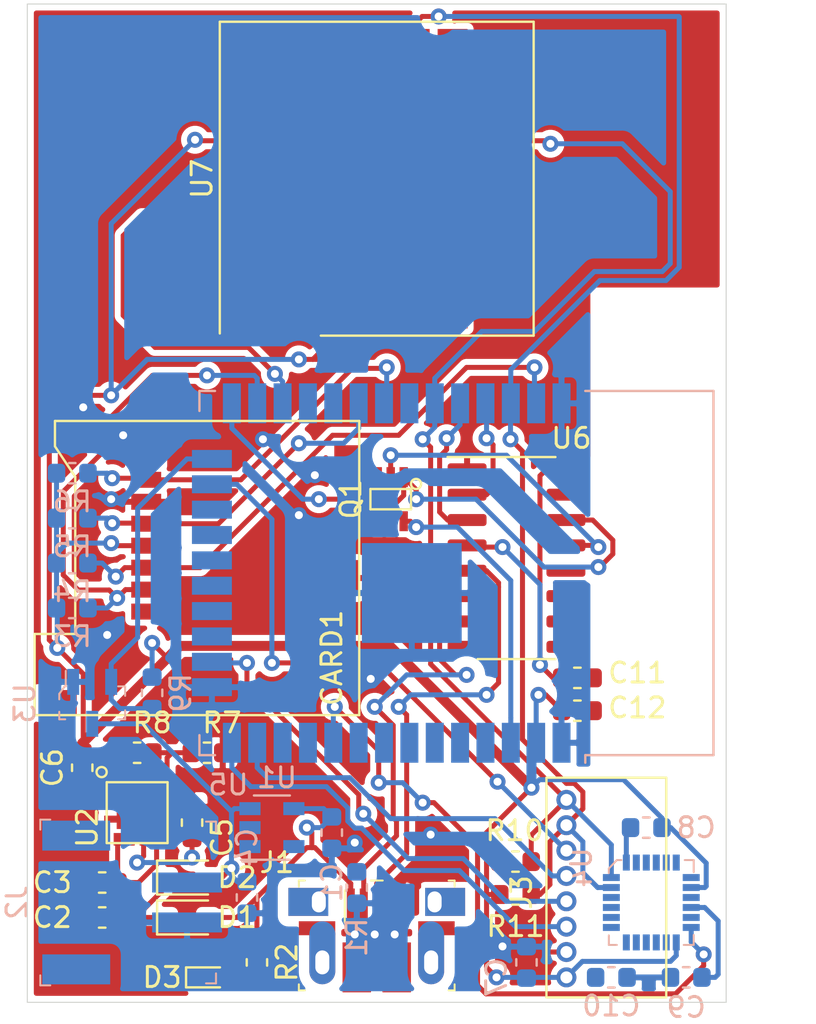
<source format=kicad_pcb>
(kicad_pcb (version 20171130) (host pcbnew "(5.1.5)-3")
  (layers (0 F.Cu signal) (31 B.Cu signal) (34 B.Paste user) (35 F.Paste user) (36 B.SilkS user) (37 F.SilkS user) (38 B.Mask user) (39 F.Mask user) (44 Edge.Cuts user))
  (net 0 "")
  (net 1 GND)
  (net 2 +5V)
  (net 3 "Net-(C2-Pad1)")
  (net 4 +BATT)
  (net 5 "Net-(C5-Pad1)")
  (net 6 +3V3)
  (net 7 "Net-(C9-Pad1)")
  (net 8 "Net-(C10-Pad1)")
  (net 9 "Net-(CARD1-Pad1)")
  (net 10 4)
  (net 11 23)
  (net 12 18)
  (net 13 19)
  (net 14 "Net-(CARD1-Pad8)")
  (net 15 "Net-(D3-Pad1)")
  (net 16 "Net-(D3-Pad2)")
  (net 17 "Net-(J1-PadSH)")
  (net 18 D-)
  (net 19 D+)
  (net 20 "Net-(J1-Pad4)")
  (net 21 SDA)
  (net 22 SCL)
  (net 23 12)
  (net 24 13)
  (net 25 14)
  (net 26 15)
  (net 27 RTS)
  (net 28 DTR)
  (net 29 0)
  (net 30 EN)
  (net 31 "Net-(R1-Pad1)")
  (net 32 "Net-(R7-Pad2)")
  (net 33 BATTALARM)
  (net 34 "Net-(U4-Pad3)")
  (net 35 "Net-(U4-Pad4)")
  (net 36 "Net-(U4-Pad5)")
  (net 37 "Net-(U4-Pad6)")
  (net 38 "Net-(U4-Pad2)")
  (net 39 "Net-(U4-Pad16)")
  (net 40 "Net-(U4-Pad17)")
  (net 41 "Net-(U4-Pad15)")
  (net 42 "Net-(U4-Pad14)")
  (net 43 "Net-(U4-Pad9)")
  (net 44 "Net-(U4-Pad7)")
  (net 45 "Net-(U4-Pad11)")
  (net 46 ACC_INT)
  (net 47 "Net-(U4-Pad22)")
  (net 48 "Net-(U4-Pad21)")
  (net 49 "Net-(U4-Pad19)")
  (net 50 "Net-(U5-Pad4)")
  (net 51 "Net-(U5-Pad5)")
  (net 52 "Net-(U5-Pad6)")
  (net 53 "Net-(U5-Pad7)")
  (net 54 "Net-(U5-Pad8)")
  (net 55 "Net-(U5-Pad9)")
  (net 56 "Net-(U5-Pad11)")
  (net 57 "Net-(U5-Pad12)")
  (net 58 "Net-(U5-Pad17)")
  (net 59 "Net-(U5-Pad18)")
  (net 60 "Net-(U5-Pad19)")
  (net 61 "Net-(U5-Pad20)")
  (net 62 "Net-(U5-Pad21)")
  (net 63 "Net-(U5-Pad22)")
  (net 64 "Net-(U5-Pad29)")
  (net 65 "Net-(U5-Pad32)")
  (net 66 RX0)
  (net 67 TX0)
  (net 68 "Net-(U6-Pad7)")
  (net 69 "Net-(U6-Pad8)")
  (net 70 "Net-(U6-Pad9)")
  (net 71 "Net-(U6-Pad10)")
  (net 72 "Net-(U6-Pad11)")
  (net 73 "Net-(U6-Pad12)")
  (net 74 "Net-(U6-Pad15)")
  (net 75 16)
  (net 76 "Net-(U7-Pad7)")
  (net 77 "Net-(U7-Pad8)")
  (net 78 "Net-(U7-Pad18)")
  (net 79 "Net-(U5-Pad28)")
  (net 80 "Net-(U7-Pad13)")
  (net 81 "Net-(U7-Pad14)")
  (module RF_Module:ESP32-WROOM-32 (layer B.Cu) (at 93.5 103.5 90)
    (fp_text reference U5 (at -10.61 -8.43) (layer B.SilkS) (effects (justify mirror)))
    (fp_text value ESP32-WROOM-32)
    (pad 39 smd rect (at -1 0.755 90) (size 5 5) (layers B.Cu B.Paste B.Mask) (net 1 GND))
    (pad 1 smd rect (at -8.5 8.255 90) (size 2 0.9) (layers B.Cu B.Paste B.Mask) (net 1 GND))
    (pad 2 smd rect (at -8.5 6.985 90) (size 2 0.9) (layers B.Cu B.Paste B.Mask) (net 6 +3V3))
    (pad 3 smd rect (at -8.5 5.715 90) (size 2 0.9) (layers B.Cu B.Paste B.Mask) (net 30 EN))
    (pad 4 smd rect (at -8.5 4.445 90) (size 2 0.9) (layers B.Cu B.Paste B.Mask) (net 50 "Net-(U5-Pad4)"))
    (pad 5 smd rect (at -8.5 3.175 90) (size 2 0.9) (layers B.Cu B.Paste B.Mask) (net 51 "Net-(U5-Pad5)"))
    (pad 6 smd rect (at -8.5 1.905 90) (size 2 0.9) (layers B.Cu B.Paste B.Mask) (net 52 "Net-(U5-Pad6)"))
    (pad 7 smd rect (at -8.5 0.635 90) (size 2 0.9) (layers B.Cu B.Paste B.Mask) (net 53 "Net-(U5-Pad7)"))
    (pad 8 smd rect (at -8.5 -0.635 90) (size 2 0.9) (layers B.Cu B.Paste B.Mask) (net 54 "Net-(U5-Pad8)"))
    (pad 9 smd rect (at -8.5 -1.905 90) (size 2 0.9) (layers B.Cu B.Paste B.Mask) (net 55 "Net-(U5-Pad9)"))
    (pad 10 smd rect (at -8.5 -3.175 90) (size 2 0.9) (layers B.Cu B.Paste B.Mask) (net 46 ACC_INT))
    (pad 11 smd rect (at -8.5 -4.445 90) (size 2 0.9) (layers B.Cu B.Paste B.Mask) (net 56 "Net-(U5-Pad11)"))
    (pad 12 smd rect (at -8.5 -5.715 90) (size 2 0.9) (layers B.Cu B.Paste B.Mask) (net 57 "Net-(U5-Pad12)"))
    (pad 13 smd rect (at -8.5 -6.985 90) (size 2 0.9) (layers B.Cu B.Paste B.Mask) (net 25 14))
    (pad 14 smd rect (at -8.5 -8.255 90) (size 2 0.9) (layers B.Cu B.Paste B.Mask) (net 23 12))
    (pad 15 smd rect (at -5.715 -9.255) (size 2 0.9) (layers B.Cu B.Paste B.Mask) (net 1 GND))
    (pad 16 smd rect (at -4.445 -9.255) (size 2 0.9) (layers B.Cu B.Paste B.Mask) (net 24 13))
    (pad 17 smd rect (at -3.175 -9.255) (size 2 0.9) (layers B.Cu B.Paste B.Mask) (net 58 "Net-(U5-Pad17)"))
    (pad 18 smd rect (at -1.905 -9.255) (size 2 0.9) (layers B.Cu B.Paste B.Mask) (net 59 "Net-(U5-Pad18)"))
    (pad 19 smd rect (at -0.635 -9.255) (size 2 0.9) (layers B.Cu B.Paste B.Mask) (net 60 "Net-(U5-Pad19)"))
    (pad 20 smd rect (at 0.635 -9.255) (size 2 0.9) (layers B.Cu B.Paste B.Mask) (net 61 "Net-(U5-Pad20)"))
    (pad 21 smd rect (at 1.905 -9.255) (size 2 0.9) (layers B.Cu B.Paste B.Mask) (net 62 "Net-(U5-Pad21)"))
    (pad 22 smd rect (at 3.175 -9.255) (size 2 0.9) (layers B.Cu B.Paste B.Mask) (net 63 "Net-(U5-Pad22)"))
    (pad 23 smd rect (at 4.445 -9.255) (size 2 0.9) (layers B.Cu B.Paste B.Mask) (net 26 15))
    (pad 24 smd rect (at 5.715 -9.255) (size 2 0.9) (layers B.Cu B.Paste B.Mask) (net 33 BATTALARM))
    (pad 25 smd rect (at 8.5 -8.255 90) (size 2 0.9) (layers B.Cu B.Paste B.Mask) (net 29 0))
    (pad 26 smd rect (at 8.5 -6.985 90) (size 2 0.9) (layers B.Cu B.Paste B.Mask) (net 10 4))
    (pad 27 smd rect (at 8.5 -5.715 90) (size 2 0.9) (layers B.Cu B.Paste B.Mask) (net 75 16))
    (pad 28 smd rect (at 8.5 -4.445 90) (size 2 0.9) (layers B.Cu B.Paste B.Mask) (net 79 "Net-(U5-Pad28)"))
    (pad 29 smd rect (at 8.5 -3.175 90) (size 2 0.9) (layers B.Cu B.Paste B.Mask) (net 64 "Net-(U5-Pad29)"))
    (pad 30 smd rect (at 8.5 -1.905 90) (size 2 0.9) (layers B.Cu B.Paste B.Mask) (net 12 18))
    (pad 31 smd rect (at 8.5 -0.635 90) (size 2 0.9) (layers B.Cu B.Paste B.Mask) (net 13 19))
    (pad 32 smd rect (at 8.5 0.635 90) (size 2 0.9) (layers B.Cu B.Paste B.Mask) (net 65 "Net-(U5-Pad32)"))
    (pad 33 smd rect (at 8.5 1.905 90) (size 2 0.9) (layers B.Cu B.Paste B.Mask) (net 21 SDA))
    (pad 34 smd rect (at 8.5 3.175 90) (size 2 0.9) (layers B.Cu B.Paste B.Mask) (net 66 RX0))
    (pad 35 smd rect (at 8.5 4.445 90) (size 2 0.9) (layers B.Cu B.Paste B.Mask) (net 67 TX0))
    (pad 36 smd rect (at 8.5 5.715 90) (size 2 0.9) (layers B.Cu B.Paste B.Mask) (net 22 SCL))
    (pad 37 smd rect (at 8.5 6.985 90) (size 2 0.9) (layers B.Cu B.Paste B.Mask) (net 11 23))
    (pad 38 smd rect (at 8.5 8.255 90) (size 2 0.9) (layers B.Cu B.Paste B.Mask) (net 1 GND))
  )
  (module Capacitor_SMD:C_0603_1608Metric (layer B.Cu) (at 90.25 116.5 90)
    (fp_text reference C1 (at -2.5 0 270) (layer B.SilkS) (effects (justify mirror)))
    (fp_text value 4.7yF)
    (pad 1 smd roundrect (at -0.7875 0 90) (size 0.875 0.95) (layers B.Cu B.Paste B.Mask) (net 1 GND))
    (pad 2 smd roundrect (at 0.7875 0 90) (size 0.875 0.95) (layers B.Cu B.Paste B.Mask) (net 2 +5V))
  )
  (module Capacitor_SMD:C_0603_1608Metric (layer F.Cu) (at 78.75 120.75 180)
    (fp_text reference C2 (at 2.5 0) (layer F.SilkS))
    (fp_text value 100nF)
    (pad 1 smd roundrect (at -0.7875 0 180) (size 0.875 0.95) (layers F.Cu F.Paste F.Mask) (net 3 "Net-(C2-Pad1)"))
    (pad 2 smd roundrect (at 0.7875 0 180) (size 0.875 0.95) (layers F.Cu F.Paste F.Mask) (net 1 GND))
  )
  (module Capacitor_SMD:C_0603_1608Metric (layer F.Cu) (at 78.75 119 180)
    (fp_text reference C3 (at 2.5 0) (layer F.SilkS))
    (fp_text value 1yF)
    (pad 2 smd roundrect (at 0.7875 0 180) (size 0.875 0.95) (layers F.Cu F.Paste F.Mask) (net 1 GND))
    (pad 1 smd roundrect (at -0.7875 0 180) (size 0.875 0.95) (layers F.Cu F.Paste F.Mask) (net 3 "Net-(C2-Pad1)"))
  )
  (module Capacitor_SMD:C_0603_1608Metric (layer B.Cu) (at 86 119.75 90)
    (fp_text reference C4 (at 2.5 0 90) (layer B.SilkS) (effects (justify mirror)))
    (fp_text value 4.7yF)
    (pad 2 smd roundrect (at 0.7875 0 90) (size 0.875 0.95) (layers B.Cu B.Paste B.Mask) (net 4 +BATT))
    (pad 1 smd roundrect (at -0.7875 0 90) (size 0.875 0.95) (layers B.Cu B.Paste B.Mask) (net 1 GND))
  )
  (module Capacitor_SMD:C_0603_1608Metric (layer F.Cu) (at 83.25 116 90)
    (fp_text reference C5 (at -0.75 1.5 90) (layer F.SilkS))
    (fp_text value 10nF)
    (pad 1 smd roundrect (at -0.7875 0 90) (size 0.875 0.95) (layers F.Cu F.Paste F.Mask) (net 5 "Net-(C5-Pad1)"))
    (pad 2 smd roundrect (at 0.7875 0 90) (size 0.875 0.95) (layers F.Cu F.Paste F.Mask) (net 1 GND))
  )
  (module Capacitor_SMD:C_0603_1608Metric (layer F.Cu) (at 77.75 113.25 270)
    (fp_text reference C6 (at 0 1.5 90) (layer F.SilkS))
    (fp_text value 4.7yF)
    (pad 2 smd roundrect (at 0.7875 0 270) (size 0.875 0.95) (layers F.Cu F.Paste F.Mask) (net 1 GND))
    (pad 1 smd roundrect (at -0.7875 0 270) (size 0.875 0.95) (layers F.Cu F.Paste F.Mask) (net 6 +3V3))
  )
  (module Capacitor_SMD:C_0603_1608Metric (layer B.Cu) (at 100 123 90)
    (fp_text reference C7 (at -0.75 -1.5 270) (layer B.SilkS) (effects (justify mirror)))
    (fp_text value 0.1yF)
    (pad 2 smd roundrect (at 0.7875 0 90) (size 0.875 0.95) (layers B.Cu B.Paste B.Mask) (net 1 GND))
    (pad 1 smd roundrect (at -0.7875 0 90) (size 0.875 0.95) (layers B.Cu B.Paste B.Mask) (net 6 +3V3))
  )
  (module Capacitor_SMD:C_0603_1608Metric (layer B.Cu) (at 106 116.25)
    (fp_text reference C8 (at 2.5 0) (layer B.SilkS) (effects (justify mirror)))
    (fp_text value 10nF)
    (pad 1 smd roundrect (at -0.7875 0) (size 0.875 0.95) (layers B.Cu B.Paste B.Mask) (net 1 GND))
    (pad 2 smd roundrect (at 0.7875 0) (size 0.875 0.95) (layers B.Cu B.Paste B.Mask) (net 6 +3V3))
  )
  (module Capacitor_SMD:C_0603_1608Metric (layer B.Cu) (at 108 123.75 180)
    (fp_text reference C9 (at 0 -1.5) (layer B.SilkS) (effects (justify mirror)))
    (fp_text value 0.1yF)
    (pad 1 smd roundrect (at -0.7875 0 180) (size 0.875 0.95) (layers B.Cu B.Paste B.Mask) (net 7 "Net-(C9-Pad1)"))
    (pad 2 smd roundrect (at 0.7875 0 180) (size 0.875 0.95) (layers B.Cu B.Paste B.Mask) (net 1 GND))
  )
  (module Capacitor_SMD:C_0603_1608Metric (layer B.Cu) (at 104.25 123.75)
    (fp_text reference C10 (at 0 1.43) (layer B.SilkS) (effects (justify mirror)))
    (fp_text value 2.2nF)
    (pad 2 smd roundrect (at 0.7875 0) (size 0.875 0.95) (layers B.Cu B.Paste B.Mask) (net 1 GND))
    (pad 1 smd roundrect (at -0.7875 0) (size 0.875 0.95) (layers B.Cu B.Paste B.Mask) (net 8 "Net-(C10-Pad1)"))
  )
  (module Capacitor_SMD:C_0603_1608Metric (layer F.Cu) (at 102.55 108.75)
    (fp_text reference C11 (at 3 -0.25) (layer F.SilkS))
    (fp_text value 100nF)
    (pad 2 smd roundrect (at 0.7875 0) (size 0.875 0.95) (layers F.Cu F.Paste F.Mask) (net 1 GND))
    (pad 1 smd roundrect (at -0.7875 0) (size 0.875 0.95) (layers F.Cu F.Paste F.Mask) (net 6 +3V3))
  )
  (module Capacitor_SMD:C_0603_1608Metric (layer F.Cu) (at 102.55 110.395001)
    (fp_text reference C12 (at 3 -0.145001) (layer F.SilkS))
    (fp_text value 10yF)
    (pad 1 smd roundrect (at -0.7875 0) (size 0.875 0.95) (layers F.Cu F.Paste F.Mask) (net 6 +3V3))
    (pad 2 smd roundrect (at 0.7875 0) (size 0.875 0.95) (layers F.Cu F.Paste F.Mask) (net 1 GND))
  )
  (module unsurv_offline_pcb_footprints:TF-SMD_TF-101B (layer F.Cu) (at 83.75 103.25 270)
    (fp_text reference CARD1 (at 4.5 -6.5 90) (layer F.SilkS))
    (fp_text value TF-101B)
    (pad 1 smd rect (at 2.18 2.795 270) (size 0.8 1.5) (layers F.Cu F.Paste F.Mask) (net 9 "Net-(CARD1-Pad1)"))
    (pad 2 smd rect (at 1.08 2.795 270) (size 0.8 1.5) (layers F.Cu F.Paste F.Mask) (net 10 4))
    (pad 3 smd rect (at -0.02 2.795 270) (size 0.8 1.5) (layers F.Cu F.Paste F.Mask) (net 11 23))
    (pad 4 smd rect (at -1.12 2.795 270) (size 0.8 1.5) (layers F.Cu F.Paste F.Mask) (net 6 +3V3))
    (pad 5 smd rect (at -2.22 2.795 270) (size 0.8 1.5) (layers F.Cu F.Paste F.Mask) (net 12 18))
    (pad 6 smd rect (at -3.32 2.795 270) (size 0.8 1.5) (layers F.Cu F.Paste F.Mask) (net 1 GND))
    (pad 7 smd rect (at -4.42 2.795 270) (size 0.8 1.5) (layers F.Cu F.Paste F.Mask) (net 13 19))
    (pad 8 smd rect (at -5.52 2.795 270) (size 0.8 1.5) (layers F.Cu F.Paste F.Mask) (net 14 "Net-(CARD1-Pad8)"))
    (pad 9 smd rect (at -5.25 -7.225 90) (size 1.8 1.2) (layers F.Cu F.Paste F.Mask) (net 1 GND))
    (pad 10 smd rect (at 0.5 -7.225 90) (size 1.8 1.2) (layers F.Cu F.Paste F.Mask) (net 1 GND))
    (pad 11 smd rect (at 6.76 7.225 90) (size 1.3 1.9) (layers F.Cu F.Paste F.Mask) (net 1 GND))
    (pad 12 smd rect (at -6.76 6.205 90) (size 1.3 1.9) (layers F.Cu F.Paste F.Mask) (net 1 GND))
  )
  (module Diode_SMD:D_SOD-323 (layer F.Cu) (at 83 120.75)
    (fp_text reference D1 (at 2.5 0) (layer F.SilkS))
    (fp_text value D_Schottky)
    (pad 2 smd rect (at 1.05 0) (size 0.6 0.45) (layers F.Cu F.Paste F.Mask) (net 2 +5V))
    (pad 1 smd rect (at -1.05 0) (size 0.6 0.45) (layers F.Cu F.Paste F.Mask) (net 3 "Net-(C2-Pad1)"))
  )
  (module Diode_SMD:D_SOD-323 (layer F.Cu) (at 83 118.75)
    (fp_text reference D2 (at 2.5 0) (layer F.SilkS))
    (fp_text value D_Schottky)
    (pad 1 smd rect (at -1.05 0) (size 0.6 0.45) (layers F.Cu F.Paste F.Mask) (net 3 "Net-(C2-Pad1)"))
    (pad 2 smd rect (at 1.05 0) (size 0.6 0.45) (layers F.Cu F.Paste F.Mask) (net 4 +BATT))
  )
  (module digikey-footprints:LED_0603 (layer F.Cu) (at 84.25 123.75)
    (fp_text reference D3 (at -2.5 0) (layer F.SilkS))
    (fp_text value LED)
    (pad 1 smd rect (at -0.75 0) (size 0.8 0.8) (layers F.Cu F.Paste F.Mask) (net 15 "Net-(D3-Pad1)"))
    (pad 2 smd rect (at 0.75 0) (size 0.8 0.8) (layers F.Cu F.Paste F.Mask) (net 16 "Net-(D3-Pad2)"))
  )
  (module digikey-footprints:USB_Micro_B_Female_10103594-0001LF (layer F.Cu) (at 92.5 123)
    (fp_text reference J1 (at -5 -5) (layer F.SilkS))
    (fp_text value 10103594-0001LF)
    (pad SH smd rect (at 1 0.25) (size 1.425 2.5) (layers F.Cu F.Paste F.Mask) (net 17 "Net-(J1-PadSH)"))
    (pad SH smd rect (at -2.99 -1.71) (size 1.825 0.7) (layers F.Cu F.Paste F.Mask) (net 17 "Net-(J1-PadSH)"))
    (pad SH thru_hole oval (at -2.725 0) (size 1.3 3.15) (drill oval 0.7 1.2 (offset 0 -0.48)) (layers *.Cu *.Mask) (net 17 "Net-(J1-PadSH)"))
    (pad SH thru_hole rect (at -2.9 -3.03) (size 2 1.4) (drill oval 0.7 1.05 (offset -0.525 0)) (layers *.Cu *.Mask) (net 17 "Net-(J1-PadSH)"))
    (pad 1 smd rect (at -1.3 -2.825) (size 0.4 1.75) (layers F.Cu F.Paste F.Mask) (net 2 +5V))
    (pad SH thru_hole rect (at 2.9 -3.03) (size 2 1.4) (drill oval 0.7 1.05 (offset 0.525 0)) (layers *.Cu *.Mask) (net 17 "Net-(J1-PadSH)"))
    (pad 2 smd rect (at -0.65 -2.825) (size 0.4 1.75) (layers F.Cu F.Paste F.Mask) (net 18 D-))
    (pad 3 smd rect (at 0 -2.825) (size 0.4 1.75) (layers F.Cu F.Paste F.Mask) (net 19 D+))
    (pad 4 smd rect (at 0.65 -2.825) (size 0.4 1.75) (layers F.Cu F.Paste F.Mask) (net 20 "Net-(J1-Pad4)"))
    (pad 5 smd rect (at 1.3 -2.825) (size 0.4 1.75) (layers F.Cu F.Paste F.Mask) (net 1 GND))
    (pad SH thru_hole oval (at 2.725 0) (size 1.3 3.15) (drill oval 0.7 1.2 (offset 0 -0.48)) (layers *.Cu *.Mask) (net 17 "Net-(J1-PadSH)"))
    (pad SH smd rect (at 2.99 -1.71) (size 1.825 0.7) (layers F.Cu F.Paste F.Mask) (net 17 "Net-(J1-PadSH)"))
    (pad SH smd rect (at -1 0.25) (size 1.425 2.5) (layers F.Cu F.Paste F.Mask) (net 17 "Net-(J1-PadSH)"))
  )
  (module digikey-footprints:PinHeader_2x1mm_P2mm_SMD_RA (layer B.Cu) (at 83 120 270)
    (fp_text reference J2 (at 0 8.52 90) (layer B.SilkS) (effects (justify mirror)))
    (fp_text value S2B-PH-SM4-TB_LF__SN_)
    (pad 1 smd rect (at -1 0 270) (size 1 3.5) (layers B.Cu B.Paste B.Mask) (net 4 +BATT))
    (pad 2 smd rect (at 1 0 270) (size 1 3.5) (layers B.Cu B.Paste B.Mask) (net 1 GND))
    (pad "" smd rect (at -3.35 5.55 270) (size 1.5 3.4) (layers B.Cu B.Paste B.Mask))
    (pad "" smd rect (at 3.35 5.55 270) (size 1.5 3.4) (layers B.Cu B.Paste B.Mask))
  )
  (module unsurv_offline_pcb_footprints:LPPB081NGCN-RC (layer F.Cu) (at 102 119.75 90)
    (fp_text reference J3 (at 0.25 -2.25 90) (layer F.SilkS))
    (fp_text value 1.27mm_female_connector)
    (pad 1 thru_hole circle (at -4 0 90) (size 1 1) (drill 0.6) (layers *.Cu *.Mask) (net 6 +3V3))
    (pad 2 thru_hole circle (at -2.73 0 90) (size 1 1) (drill 0.6) (layers *.Cu *.Mask) (net 1 GND))
    (pad 3 thru_hole circle (at -1.46 0 90) (size 1 1) (drill 0.6) (layers *.Cu *.Mask) (net 23 12))
    (pad 4 thru_hole circle (at -0.19 0 90) (size 1 1) (drill 0.6) (layers *.Cu *.Mask) (net 24 13))
    (pad 5 thru_hole circle (at 1.08 0 90) (size 1 1) (drill 0.6) (layers *.Cu *.Mask) (net 25 14))
    (pad 6 thru_hole circle (at 2.35 0 90) (size 1 1) (drill 0.6) (layers *.Cu *.Mask) (net 26 15))
    (pad 7 thru_hole circle (at 3.62 0 90) (size 1 1) (drill 0.6) (layers *.Cu *.Mask) (net 22 SCL))
    (pad 8 thru_hole circle (at 4.89 0 90) (size 1 1) (drill 0.6) (layers *.Cu *.Mask) (net 21 SDA))
  )
  (module unsurv_offline_pcb_footprints:UMH3N (layer F.Cu) (at 93.2 99.8 180)
    (fp_text reference Q1 (at 2 0 270) (layer F.SilkS))
    (fp_text value UMH3N)
    (pad 1 smd rect (at -0.65 1.105) (size 0.42 1) (layers F.Cu F.Paste F.Mask) (net 27 RTS))
    (pad 2 smd rect (at 0 1.105) (size 0.42 1) (layers F.Cu F.Paste F.Mask) (net 28 DTR))
    (pad 3 smd rect (at 0.65 1.105) (size 0.42 1) (layers F.Cu F.Paste F.Mask) (net 29 0))
    (pad 4 smd rect (at 0.65 -1.105) (size 0.42 1) (layers F.Cu F.Paste F.Mask) (net 28 DTR))
    (pad 5 smd rect (at 0 -1.105) (size 0.42 1) (layers F.Cu F.Paste F.Mask) (net 27 RTS))
    (pad 6 smd rect (at -0.65 -1.105) (size 0.42 1) (layers F.Cu F.Paste F.Mask) (net 30 EN))
  )
  (module Resistor_SMD:R_0603_1608Metric (layer B.Cu) (at 91.5 119.25 270)
    (fp_text reference R1 (at 2.5 0 90) (layer B.SilkS) (effects (justify mirror)))
    (fp_text value 2k)
    (pad 2 smd roundrect (at 0.7875 0 270) (size 0.875 0.95) (layers B.Cu B.Paste B.Mask) (net 1 GND))
    (pad 1 smd roundrect (at -0.7875 0 270) (size 0.875 0.95) (layers B.Cu B.Paste B.Mask) (net 31 "Net-(R1-Pad1)"))
  )
  (module Resistor_SMD:R_0603_1608Metric (layer F.Cu) (at 86.5 123 90)
    (fp_text reference R2 (at 0 1.5 90) (layer F.SilkS))
    (fp_text value 1k)
    (pad 1 smd roundrect (at -0.7875 0 90) (size 0.875 0.95) (layers F.Cu F.Paste F.Mask) (net 16 "Net-(D3-Pad2)"))
    (pad 2 smd roundrect (at 0.7875 0 90) (size 0.875 0.95) (layers F.Cu F.Paste F.Mask) (net 2 +5V))
  )
  (module Resistor_SMD:R_0603_1608Metric (layer B.Cu) (at 77.25 105.25)
    (fp_text reference R3 (at 0 1.43) (layer B.SilkS) (effects (justify mirror)))
    (fp_text value 10k)
    (pad 2 smd roundrect (at 0.7875 0) (size 0.875 0.95) (layers B.Cu B.Paste B.Mask) (net 10 4))
    (pad 1 smd roundrect (at -0.7875 0) (size 0.875 0.95) (layers B.Cu B.Paste B.Mask) (net 6 +3V3))
  )
  (module Resistor_SMD:R_0603_1608Metric (layer B.Cu) (at 77.25 103)
    (fp_text reference R4 (at 0 1.43) (layer B.SilkS) (effects (justify mirror)))
    (fp_text value 10k)
    (pad 1 smd roundrect (at -0.7875 0) (size 0.875 0.95) (layers B.Cu B.Paste B.Mask) (net 6 +3V3))
    (pad 2 smd roundrect (at 0.7875 0) (size 0.875 0.95) (layers B.Cu B.Paste B.Mask) (net 11 23))
  )
  (module Resistor_SMD:R_0603_1608Metric (layer B.Cu) (at 77.25 100.75)
    (fp_text reference R5 (at 0 1.43) (layer B.SilkS) (effects (justify mirror)))
    (fp_text value 10k)
    (pad 2 smd roundrect (at 0.7875 0) (size 0.875 0.95) (layers B.Cu B.Paste B.Mask) (net 12 18))
    (pad 1 smd roundrect (at -0.7875 0) (size 0.875 0.95) (layers B.Cu B.Paste B.Mask) (net 6 +3V3))
  )
  (module Resistor_SMD:R_0603_1608Metric (layer B.Cu) (at 77.25 98.5)
    (fp_text reference R6 (at 0 1.43) (layer B.SilkS) (effects (justify mirror)))
    (fp_text value 10k)
    (pad 1 smd roundrect (at -0.7875 0) (size 0.875 0.95) (layers B.Cu B.Paste B.Mask) (net 6 +3V3))
    (pad 2 smd roundrect (at 0.7875 0) (size 0.875 0.95) (layers B.Cu B.Paste B.Mask) (net 13 19))
  )
  (module Resistor_SMD:R_0603_1608Metric (layer F.Cu) (at 84 112.5 180)
    (fp_text reference R7 (at -0.75 1.5) (layer F.SilkS))
    (fp_text value 10k)
    (pad 1 smd roundrect (at -0.7875 0 180) (size 0.875 0.95) (layers F.Cu F.Paste F.Mask) (net 1 GND))
    (pad 2 smd roundrect (at 0.7875 0 180) (size 0.875 0.95) (layers F.Cu F.Paste F.Mask) (net 32 "Net-(R7-Pad2)"))
  )
  (module Resistor_SMD:R_0603_1608Metric (layer F.Cu) (at 80.5 112.5 180)
    (fp_text reference R8 (at -0.75 1.5) (layer F.SilkS))
    (fp_text value 30.9k)
    (pad 2 smd roundrect (at 0.7875 0 180) (size 0.875 0.95) (layers F.Cu F.Paste F.Mask) (net 6 +3V3))
    (pad 1 smd roundrect (at -0.7875 0 180) (size 0.875 0.95) (layers F.Cu F.Paste F.Mask) (net 32 "Net-(R7-Pad2)"))
  )
  (module Resistor_SMD:R_0603_1608Metric (layer B.Cu) (at 81.25 109.5 90)
    (fp_text reference R9 (at 0 1.43 90) (layer B.SilkS) (effects (justify mirror)))
    (fp_text value 100k)
    (pad 1 smd roundrect (at -0.7875 0 90) (size 0.875 0.95) (layers B.Cu B.Paste B.Mask) (net 33 BATTALARM))
    (pad 2 smd roundrect (at 0.7875 0 90) (size 0.875 0.95) (layers B.Cu B.Paste B.Mask) (net 6 +3V3))
  )
  (module Resistor_SMD:R_0603_1608Metric (layer F.Cu) (at 99.45 117.95)
    (fp_text reference R10 (at -0.05 -1.55) (layer F.SilkS))
    (fp_text value 4.7k)
    (pad 1 smd roundrect (at -0.7875 0) (size 0.875 0.95) (layers F.Cu F.Paste F.Mask) (net 6 +3V3))
    (pad 2 smd roundrect (at 0.7875 0) (size 0.875 0.95) (layers F.Cu F.Paste F.Mask) (net 21 SDA))
  )
  (module Resistor_SMD:R_0603_1608Metric (layer F.Cu) (at 99.45 119.6)
    (fp_text reference R11 (at 0 1.6) (layer F.SilkS))
    (fp_text value 4.7k)
    (pad 2 smd roundrect (at 0.7875 0) (size 0.875 0.95) (layers F.Cu F.Paste F.Mask) (net 22 SCL))
    (pad 1 smd roundrect (at -0.7875 0) (size 0.875 0.95) (layers F.Cu F.Paste F.Mask) (net 6 +3V3))
  )
  (module Package_TO_SOT_SMD:SOT-23-5 (layer B.Cu) (at 87.25 116.25)
    (fp_text reference U1 (at 0.25 -2.5) (layer B.SilkS) (effects (justify mirror)))
    (fp_text value MCP73831-2-OT)
    (pad 1 smd rect (at -1.1 0.95) (size 1.06 0.65) (layers B.Cu B.Paste B.Mask) (net 15 "Net-(D3-Pad1)"))
    (pad 2 smd rect (at -1.1 0) (size 1.06 0.65) (layers B.Cu B.Paste B.Mask) (net 1 GND))
    (pad 3 smd rect (at -1.1 -0.95) (size 1.06 0.65) (layers B.Cu B.Paste B.Mask) (net 4 +BATT))
    (pad 4 smd rect (at 1.1 -0.95) (size 1.06 0.65) (layers B.Cu B.Paste B.Mask) (net 2 +5V))
    (pad 5 smd rect (at 1.1 0.95) (size 1.06 0.65) (layers B.Cu B.Paste B.Mask) (net 31 "Net-(R1-Pad1)"))
  )
  (module unsurv_offline_pcb_footprints:NCP59800 (layer F.Cu) (at 80.5 115.5)
    (fp_text reference U2 (at -2.5 0.75 270) (layer F.SilkS))
    (fp_text value NCP59800)
    (pad 1 smd rect (at -0.975 -1.335) (size 0.4 0.63) (layers F.Cu F.Paste F.Mask) (net 6 +3V3))
    (pad 2 smd rect (at -0.325 -1.335) (size 0.4 0.63) (layers F.Cu F.Paste F.Mask) (net 6 +3V3))
    (pad 3 smd rect (at 0.325 -1.335) (size 0.4 0.63) (layers F.Cu F.Paste F.Mask) (net 32 "Net-(R7-Pad2)"))
    (pad 4 smd rect (at 0.975 -1.335) (size 0.4 0.63) (layers F.Cu F.Paste F.Mask) (net 1 GND))
    (pad 5 smd rect (at 0.975 1.335) (size 0.4 0.63) (layers F.Cu F.Paste F.Mask) (net 3 "Net-(C2-Pad1)"))
    (pad 6 smd rect (at 0.325 1.335) (size 0.4 0.63) (layers F.Cu F.Paste F.Mask) (net 5 "Net-(C5-Pad1)"))
    (pad 7 smd rect (at -0.325 1.335) (size 0.4 0.63) (layers F.Cu F.Paste F.Mask) (net 3 "Net-(C2-Pad1)"))
    (pad 8 smd rect (at -0.975 1.335) (size 0.4 0.63) (layers F.Cu F.Paste F.Mask) (net 3 "Net-(C2-Pad1)"))
    (pad 9 smd custom (at 0 0) (size 0.4 0.63) (layers F.Cu F.Paste F.Mask) (net 1 GND) (options (clearance outline) (anchor rect)) (primitives (gr_poly (pts (xy -1.025 -0.82) (xy 1.025 -0.82) (xy 1.025 -0.5) (xy 1.65 -0.5) (xy 1.65 -0.15) (xy 1.025 -0.15) (xy 1.025 0.15) (xy 1.65 0.15) (xy 1.65 0.5) (xy 1.025 0.5) (xy 1.025 0.82) (xy -1.025 0.82) (xy -1.025 0.5) (xy -1.65 0.5) (xy -1.65 0.15) (xy -1.025 0.15) (xy -1.025 -0.15) (xy -1.65 -0.15) (xy -1.65 -0.5) (xy -1.025 -0.5)) (width 0))))
  )
  (module digikey-footprints:SOT-23-3 (layer B.Cu) (at 78.25 110 270)
    (fp_text reference U3 (at 0.025 3.375 90) (layer B.SilkS) (effects (justify mirror)))
    (fp_text value APX803L20)
    (pad 3 smd rect (at 1.05 0 270) (size 1.3 0.6) (layers B.Cu B.Paste B.Mask) (net 4 +BATT))
    (pad 2 smd rect (at -1.05 -0.95 270) (size 1.3 0.6) (layers B.Cu B.Paste B.Mask) (net 33 BATTALARM))
    (pad 1 smd rect (at -1.05 0.95 270) (size 1.3 0.6) (layers B.Cu B.Paste B.Mask) (net 1 GND))
  )
  (module digikey-footprints:QFN-24-1EP_4x4mm (layer B.Cu) (at 106.25 120 270)
    (fp_text reference U4 (at -1.75 3.5 90) (layer B.SilkS) (effects (justify mirror)))
    (fp_text value MPU-6050_NRND)
    (pad 3 smd rect (at -2 0.25 270) (size 0.8 0.35) (layers B.Cu B.Paste B.Mask) (net 34 "Net-(U4-Pad3)"))
    (pad 4 smd rect (at -2 -0.25 270) (size 0.8 0.35) (layers B.Cu B.Paste B.Mask) (net 35 "Net-(U4-Pad4)"))
    (pad 5 smd rect (at -2 -0.75 270) (size 0.8 0.35) (layers B.Cu B.Paste B.Mask) (net 36 "Net-(U4-Pad5)"))
    (pad 6 smd rect (at -2 -1.25 270) (size 0.8 0.35) (layers B.Cu B.Paste B.Mask) (net 37 "Net-(U4-Pad6)"))
    (pad 2 smd rect (at -2 0.75 270) (size 0.8 0.35) (layers B.Cu B.Paste B.Mask) (net 38 "Net-(U4-Pad2)"))
    (pad 1 smd rect (at -2 1.25 270) (size 0.8 0.35) (layers B.Cu B.Paste B.Mask) (net 1 GND))
    (pad 16 smd rect (at 2 0.25 270) (size 0.8 0.35) (layers B.Cu B.Paste B.Mask) (net 39 "Net-(U4-Pad16)"))
    (pad 17 smd rect (at 2 0.75 270) (size 0.8 0.35) (layers B.Cu B.Paste B.Mask) (net 40 "Net-(U4-Pad17)"))
    (pad 18 smd rect (at 2 1.25 270) (size 0.8 0.35) (layers B.Cu B.Paste B.Mask) (net 1 GND))
    (pad 15 smd rect (at 2 -0.25 270) (size 0.8 0.35) (layers B.Cu B.Paste B.Mask) (net 41 "Net-(U4-Pad15)"))
    (pad 14 smd rect (at 2 -0.75 270) (size 0.8 0.35) (layers B.Cu B.Paste B.Mask) (net 42 "Net-(U4-Pad14)"))
    (pad 13 smd rect (at 2 -1.25 270) (size 0.8 0.35) (layers B.Cu B.Paste B.Mask) (net 6 +3V3))
    (pad 9 smd rect (at -0.25 -2 270) (size 0.35 0.85) (layers B.Cu B.Paste B.Mask) (net 43 "Net-(U4-Pad9)"))
    (pad 8 smd rect (at -0.75 -2 270) (size 0.35 0.85) (layers B.Cu B.Paste B.Mask) (net 6 +3V3))
    (pad 7 smd rect (at -1.25 -2 270) (size 0.35 0.85) (layers B.Cu B.Paste B.Mask) (net 44 "Net-(U4-Pad7)"))
    (pad 10 smd rect (at 0.25 -2 270) (size 0.35 0.85) (layers B.Cu B.Paste B.Mask) (net 7 "Net-(C9-Pad1)"))
    (pad 11 smd rect (at 0.75 -2 270) (size 0.35 0.85) (layers B.Cu B.Paste B.Mask) (net 45 "Net-(U4-Pad11)"))
    (pad 12 smd rect (at 1.25 -2 270) (size 0.35 0.85) (layers B.Cu B.Paste B.Mask) (net 46 ACC_INT))
    (pad 22 smd rect (at -0.25 2 270) (size 0.35 0.85) (layers B.Cu B.Paste B.Mask) (net 47 "Net-(U4-Pad22)"))
    (pad 21 smd rect (at 0.25 2 270) (size 0.35 0.85) (layers B.Cu B.Paste B.Mask) (net 48 "Net-(U4-Pad21)"))
    (pad 20 smd rect (at 0.75 2 270) (size 0.35 0.85) (layers B.Cu B.Paste B.Mask) (net 8 "Net-(C10-Pad1)"))
    (pad 19 smd rect (at 1.25 2 270) (size 0.35 0.85) (layers B.Cu B.Paste B.Mask) (net 49 "Net-(U4-Pad19)"))
    (pad 23 smd rect (at -0.75 2 270) (size 0.35 0.85) (layers B.Cu B.Paste B.Mask) (net 22 SCL))
    (pad 24 smd rect (at -1.25 2 270) (size 0.35 0.85) (layers B.Cu B.Paste B.Mask) (net 21 SDA))
  )
  (module Package_SO:SOIC-16_3.9x9.9mm_P1.27mm (layer F.Cu) (at 99.5 102.75)
    (fp_text reference U6 (at 2.75 -6 180) (layer F.SilkS))
    (fp_text value CH340G)
    (pad 1 smd roundrect (at -2.475 -4.445) (size 1.95 0.6) (layers F.Cu F.Paste F.Mask) (net 1 GND))
    (pad 2 smd roundrect (at -2.475 -3.175) (size 1.95 0.6) (layers F.Cu F.Paste F.Mask) (net 67 TX0))
    (pad 3 smd roundrect (at -2.475 -1.905) (size 1.95 0.6) (layers F.Cu F.Paste F.Mask) (net 66 RX0))
    (pad 4 smd roundrect (at -2.475 -0.635) (size 1.95 0.6) (layers F.Cu F.Paste F.Mask) (net 6 +3V3))
    (pad 5 smd roundrect (at -2.475 0.635) (size 1.95 0.6) (layers F.Cu F.Paste F.Mask) (net 19 D+))
    (pad 6 smd roundrect (at -2.475 1.905) (size 1.95 0.6) (layers F.Cu F.Paste F.Mask) (net 18 D-))
    (pad 7 smd roundrect (at -2.475 3.175) (size 1.95 0.6) (layers F.Cu F.Paste F.Mask) (net 68 "Net-(U6-Pad7)"))
    (pad 8 smd roundrect (at -2.475 4.445) (size 1.95 0.6) (layers F.Cu F.Paste F.Mask) (net 69 "Net-(U6-Pad8)"))
    (pad 9 smd roundrect (at 2.475 4.445) (size 1.95 0.6) (layers F.Cu F.Paste F.Mask) (net 70 "Net-(U6-Pad9)"))
    (pad 10 smd roundrect (at 2.475 3.175) (size 1.95 0.6) (layers F.Cu F.Paste F.Mask) (net 71 "Net-(U6-Pad10)"))
    (pad 11 smd roundrect (at 2.475 1.905) (size 1.95 0.6) (layers F.Cu F.Paste F.Mask) (net 72 "Net-(U6-Pad11)"))
    (pad 12 smd roundrect (at 2.475 0.635) (size 1.95 0.6) (layers F.Cu F.Paste F.Mask) (net 73 "Net-(U6-Pad12)"))
    (pad 13 smd roundrect (at 2.475 -0.635) (size 1.95 0.6) (layers F.Cu F.Paste F.Mask) (net 28 DTR))
    (pad 14 smd roundrect (at 2.475 -1.905) (size 1.95 0.6) (layers F.Cu F.Paste F.Mask) (net 27 RTS))
    (pad 15 smd roundrect (at 2.475 -3.175) (size 1.95 0.6) (layers F.Cu F.Paste F.Mask) (net 74 "Net-(U6-Pad15)"))
    (pad 16 smd roundrect (at 2.475 -4.445) (size 1.95 0.6) (layers F.Cu F.Paste F.Mask) (net 6 +3V3))
  )
  (module RF_GPS:ublox_SAM-M8Q (layer F.Cu) (at 92.5 83.75 90)
    (fp_text reference U7 (at 0 -8.75 90) (layer F.SilkS))
    (fp_text value ublox_SAM-M8Q)
    (pad 1 smd rect (at -6.6 -3.8 90) (size 1.8 1.5) (layers F.Cu F.Mask) (net 1 GND))
    (pad 2 smd rect (at -6.6 -1.9 90) (size 1.8 1.5) (layers F.Cu F.Mask) (net 6 +3V3))
    (pad 3 smd rect (at -6.6 0 90) (size 1.8 1.5) (layers F.Cu F.Mask) (net 6 +3V3))
    (pad 4 smd rect (at -6.6 1.9 90) (size 1.8 1.5) (layers F.Cu F.Mask) (net 1 GND))
    (pad 5 smd rect (at -6.6 3.8 90) (size 1.8 1.5) (layers F.Cu F.Mask) (net 1 GND))
    (pad 6 smd rect (at -3.8 6.6 90) (size 1.5 1.8) (layers F.Cu F.Mask) (net 1 GND))
    (pad 7 smd rect (at -1.9 6.6 90) (size 1.5 1.8) (layers F.Cu F.Mask) (net 76 "Net-(U7-Pad7)"))
    (pad 8 smd rect (at 0 6.6 90) (size 1.5 1.8) (layers F.Cu F.Mask) (net 77 "Net-(U7-Pad8)"))
    (pad 9 smd rect (at 1.9 6.6 90) (size 1.5 1.8) (layers F.Cu F.Mask) (net 21 SDA))
    (pad 10 smd rect (at 3.8 6.6 90) (size 1.5 1.8) (layers F.Cu F.Mask) (net 1 GND))
    (pad 11 smd rect (at 6.6 3.8 90) (size 1.8 1.5) (layers F.Cu F.Mask) (net 1 GND))
    (pad 12 smd rect (at 6.6 1.9 90) (size 1.8 1.5) (layers F.Cu F.Mask) (net 22 SCL))
    (pad 13 smd rect (at 6.6 0 90) (size 1.8 1.5) (layers F.Cu F.Mask) (net 80 "Net-(U7-Pad13)"))
    (pad 14 smd rect (at 6.6 -1.9 90) (size 1.8 1.5) (layers F.Cu F.Mask) (net 81 "Net-(U7-Pad14)"))
    (pad 15 smd rect (at 6.6 -3.8 90) (size 1.8 1.5) (layers F.Cu F.Mask) (net 1 GND))
    (pad 16 smd rect (at 3.8 -6.6 90) (size 1.5 1.8) (layers F.Cu F.Mask) (net 1 GND))
    (pad 17 smd rect (at 1.9 -6.6 90) (size 1.5 1.8) (layers F.Cu F.Mask) (net 6 +3V3))
    (pad 18 smd rect (at 0 -6.6 90) (size 1.5 1.8) (layers F.Cu F.Mask) (net 78 "Net-(U7-Pad18)"))
    (pad 19 smd rect (at -1.9 -6.6 90) (size 1.5 1.8) (layers F.Cu F.Mask) (net 75 16))
    (pad 20 smd rect (at -3.8 -6.6 90) (size 1.5 1.8) (layers F.Cu F.Mask) (net 1 GND))
  )
  (gr_line (start 110 75) (end 75 75) (layer Edge.Cuts) (width 0.05))
  (gr_line (start 110 125) (end 110 75) (layer Edge.Cuts) (width 0.05))
  (gr_line (start 75 125) (end 110 125) (layer Edge.Cuts) (width 0.05))
  (gr_line (start 75 75) (end 75 125) (layer Edge.Cuts) (width 0.05))
  (via (at 98.8 122.2) (size 0.8) (drill 0.4) (layers F.Cu B.Cu) (net 1))
  (segment (start 105 116.4625) (end 105.2125 116.25) (width 0.25) (layer B.Cu) (net 1))
  (segment (start 105 118) (end 105 116.4625) (width 0.25) (layer B.Cu) (net 1))
  (via (at 91.4 121.6) (size 0.8) (drill 0.4) (layers F.Cu B.Cu) (net 1))
  (via (at 92.4 121.6) (size 0.8) (drill 0.4) (layers F.Cu B.Cu) (net 1))
  (via (at 93.4 121.6) (size 0.8) (drill 0.4) (layers F.Cu B.Cu) (net 1))
  (via (at 91.4 117) (size 0.8) (drill 0.4) (layers F.Cu B.Cu) (net 1))
  (via (at 95.2 116.6) (size 0.8) (drill 0.4) (layers F.Cu B.Cu) (net 1))
  (segment (start 94.800001 116.999999) (end 95.2 116.6) (width 0.25) (layer F.Cu) (net 1))
  (segment (start 94.599999 117.200001) (end 94.800001 116.999999) (width 0.25) (layer F.Cu) (net 1))
  (segment (start 94.599999 119.200001) (end 94.599999 117.200001) (width 0.25) (layer F.Cu) (net 1))
  (segment (start 93.8 120) (end 94.599999 119.200001) (width 0.25) (layer F.Cu) (net 1))
  (segment (start 93.8 120.175) (end 93.8 120) (width 0.25) (layer F.Cu) (net 1))
  (via (at 92.2 108.8) (size 0.8) (drill 0.4) (layers F.Cu B.Cu) (net 1))
  (via (at 79.2 99.8) (size 0.8) (drill 0.4) (layers F.Cu B.Cu) (net 1))
  (via (at 79 106.6) (size 0.8) (drill 0.4) (layers F.Cu B.Cu) (net 1))
  (via (at 77.8 95.2) (size 0.8) (drill 0.4) (layers F.Cu B.Cu) (net 1))
  (via (at 79.8 96.6) (size 0.8) (drill 0.4) (layers F.Cu B.Cu) (net 1))
  (via (at 89.4 98.6) (size 0.8) (drill 0.4) (layers F.Cu B.Cu) (net 1))
  (via (at 88.6 100.6) (size 0.8) (drill 0.4) (layers F.Cu B.Cu) (net 1))
  (via (at 86.8 96.8) (size 0.8) (drill 0.4) (layers F.Cu B.Cu) (net 1))
  (segment (start 99.08 122.48) (end 98.8 122.2) (width 0.25) (layer F.Cu) (net 1))
  (segment (start 102 122.48) (end 99.08 122.48) (width 0.25) (layer F.Cu) (net 1))
  (segment (start 91.2 119.05) (end 89.4 117.25) (width 0.25) (layer F.Cu) (net 2))
  (segment (start 91.2 120.175) (end 91.2 119.05) (width 0.25) (layer F.Cu) (net 2))
  (segment (start 86.5 119.75) (end 86.5 122.2125) (width 0.25) (layer F.Cu) (net 2))
  (segment (start 89 117.25) (end 86.5 119.75) (width 0.25) (layer F.Cu) (net 2))
  (segment (start 85.5 120.75) (end 84.05 120.75) (width 0.25) (layer F.Cu) (net 2))
  (segment (start 86.5 119.75) (end 85.5 120.75) (width 0.25) (layer F.Cu) (net 2))
  (segment (start 89.25 116.5) (end 89 116.25) (width 0.25) (layer F.Cu) (net 2))
  (segment (start 89.25 117.25) (end 89.25 116.5) (width 0.25) (layer F.Cu) (net 2))
  (segment (start 89.25 117.25) (end 89 117.25) (width 0.25) (layer F.Cu) (net 2))
  (via (at 89 116.25) (size 0.8) (drill 0.4) (layers F.Cu B.Cu) (net 2))
  (segment (start 89.4 117.25) (end 89.25 117.25) (width 0.25) (layer F.Cu) (net 2))
  (segment (start 89.7125 116.25) (end 90.25 115.7125) (width 0.25) (layer B.Cu) (net 2))
  (segment (start 89 116.25) (end 89.7125 116.25) (width 0.25) (layer B.Cu) (net 2))
  (segment (start 89.8375 115.3) (end 90.25 115.7125) (width 0.25) (layer B.Cu) (net 2))
  (segment (start 88.35 115.3) (end 89.8375 115.3) (width 0.25) (layer B.Cu) (net 2))
  (segment (start 80.5 120.675) (end 80.5 120.75) (width 0.25) (layer F.Cu) (net 3))
  (segment (start 81.95 119.225) (end 80.5 120.675) (width 0.25) (layer F.Cu) (net 3))
  (segment (start 81.95 118.75) (end 81.95 119.225) (width 0.25) (layer F.Cu) (net 3))
  (segment (start 81.95 120.75) (end 80.5 120.75) (width 0.25) (layer F.Cu) (net 3))
  (segment (start 80.5 120.75) (end 79.5375 120.75) (width 0.25) (layer F.Cu) (net 3))
  (segment (start 79.5375 120.75) (end 79.5375 119) (width 0.25) (layer F.Cu) (net 3))
  (segment (start 79.975 119) (end 79.5375 119) (width 0.25) (layer F.Cu) (net 3))
  (segment (start 80.573002 119) (end 79.975 119) (width 0.25) (layer F.Cu) (net 3))
  (segment (start 81.475 118.098002) (end 80.573002 119) (width 0.25) (layer F.Cu) (net 3))
  (segment (start 81.475 116.835) (end 81.475 118.098002) (width 0.25) (layer F.Cu) (net 3))
  (segment (start 80.175 116.835) (end 79.525 116.835) (width 0.25) (layer F.Cu) (net 3))
  (segment (start 79.525 118.9875) (end 79.5375 119) (width 0.25) (layer F.Cu) (net 3))
  (segment (start 79.525 116.835) (end 79.525 118.9875) (width 0.25) (layer F.Cu) (net 3))
  (segment (start 85 119) (end 83 119) (width 0.25) (layer B.Cu) (net 4))
  (segment (start 85.225001 118.774999) (end 85 119) (width 0.25) (layer B.Cu) (net 4))
  (segment (start 85.37 115.3) (end 85.225001 115.444999) (width 0.25) (layer B.Cu) (net 4))
  (segment (start 85.225001 115.444999) (end 85.225001 118.274999) (width 0.25) (layer B.Cu) (net 4))
  (segment (start 86.15 115.3) (end 85.37 115.3) (width 0.25) (layer B.Cu) (net 4))
  (segment (start 85.337499 118.774999) (end 85.225001 118.774999) (width 0.25) (layer B.Cu) (net 4))
  (segment (start 85.525 118.9625) (end 85.337499 118.774999) (width 0.25) (layer B.Cu) (net 4))
  (segment (start 86 118.9625) (end 85.525 118.9625) (width 0.25) (layer B.Cu) (net 4))
  (segment (start 85.225001 118.274999) (end 85.225001 118.774999) (width 0.25) (layer B.Cu) (net 4))
  (via (at 85.225001 118.274999) (size 0.8) (drill 0.4) (layers F.Cu B.Cu) (net 4))
  (segment (start 84.75 118.75) (end 84.05 118.75) (width 0.25) (layer F.Cu) (net 4))
  (segment (start 85.225001 118.274999) (end 84.75 118.75) (width 0.25) (layer F.Cu) (net 4))
  (segment (start 80.830002 111.05) (end 78.25 111.05) (width 0.25) (layer B.Cu) (net 4))
  (segment (start 85.225001 115.444999) (end 80.830002 111.05) (width 0.25) (layer B.Cu) (net 4))
  (via (at 80.5 118) (size 0.8) (drill 0.4) (layers F.Cu B.Cu) (net 5))
  (segment (start 80.825 116.835) (end 80.825 117.675) (width 0.25) (layer F.Cu) (net 5))
  (segment (start 80.825 117.675) (end 80.5 118) (width 0.25) (layer F.Cu) (net 5))
  (via (at 83.25 117.749994) (size 0.8) (drill 0.4) (layers F.Cu B.Cu) (net 5))
  (segment (start 82.999994 118) (end 83.25 117.749994) (width 0.25) (layer B.Cu) (net 5))
  (segment (start 80.5 118) (end 82.999994 118) (width 0.25) (layer B.Cu) (net 5))
  (segment (start 83.25 116.7875) (end 83.25 117.749994) (width 0.25) (layer F.Cu) (net 5))
  (segment (start 109.000001 118.025001) (end 107.225 116.25) (width 0.25) (layer B.Cu) (net 6))
  (segment (start 109.000001 119.185001) (end 109.000001 118.025001) (width 0.25) (layer B.Cu) (net 6))
  (segment (start 107.225 116.25) (end 106.7875 116.25) (width 0.25) (layer B.Cu) (net 6))
  (segment (start 108.935001 119.250001) (end 109.000001 119.185001) (width 0.25) (layer B.Cu) (net 6))
  (segment (start 108.25 119.25) (end 108.935001 119.250001) (width 0.25) (layer B.Cu) (net 6))
  (segment (start 80.175 112.9625) (end 79.7125 112.5) (width 0.25) (layer F.Cu) (net 6))
  (segment (start 80.175 114.165) (end 80.175 112.9625) (width 0.25) (layer F.Cu) (net 6))
  (segment (start 79.525 112.6875) (end 79.7125 112.5) (width 0.25) (layer F.Cu) (net 6))
  (segment (start 79.525 114.165) (end 79.525 112.6875) (width 0.25) (layer F.Cu) (net 6))
  (segment (start 77.7875 112.5) (end 77.75 112.4625) (width 0.5) (layer F.Cu) (net 6))
  (segment (start 79.7125 112.5) (end 77.7875 112.5) (width 0.5) (layer F.Cu) (net 6))
  (segment (start 100.0375 123.75) (end 100 123.7875) (width 0.25) (layer B.Cu) (net 6))
  (segment (start 102 123.75) (end 100.0375 123.75) (width 0.25) (layer B.Cu) (net 6))
  (segment (start 107.5 122.65) (end 107.5 122) (width 0.25) (layer B.Cu) (net 6))
  (segment (start 107.5 122.660002) (end 107.5 122.65) (width 0.25) (layer B.Cu) (net 6))
  (segment (start 102.80001 122.94999) (end 107.210012 122.94999) (width 0.25) (layer B.Cu) (net 6))
  (segment (start 107.210012 122.94999) (end 107.5 122.660002) (width 0.25) (layer B.Cu) (net 6))
  (segment (start 102 123.75) (end 102.80001 122.94999) (width 0.25) (layer B.Cu) (net 6))
  (segment (start 82.625001 107.149999) (end 89.649999 107.149999) (width 0.5) (layer F.Cu) (net 6))
  (segment (start 77.75 112.4625) (end 77.75 112.025) (width 0.5) (layer F.Cu) (net 6))
  (segment (start 89.649999 107.149999) (end 93.149999 107.149999) (width 0.5) (layer F.Cu) (net 6))
  (via (at 100.25 114.25) (size 0.8) (drill 0.4) (layers F.Cu B.Cu) (net 6))
  (segment (start 93.149999 107.149999) (end 100.25 114.25) (width 0.5) (layer F.Cu) (net 6))
  (segment (start 100.25 112.235) (end 100.485 112) (width 0.5) (layer B.Cu) (net 6))
  (segment (start 100.25 114.25) (end 100.25 112.235) (width 0.5) (layer B.Cu) (net 6))
  (segment (start 104.862501 113.850001) (end 106.7875 115.775) (width 0.25) (layer B.Cu) (net 6))
  (segment (start 106.7875 115.775) (end 106.7875 116.25) (width 0.25) (layer B.Cu) (net 6))
  (segment (start 100.649999 113.850001) (end 104.862501 113.850001) (width 0.25) (layer B.Cu) (net 6))
  (segment (start 100.25 114.25) (end 100.649999 113.850001) (width 0.25) (layer B.Cu) (net 6))
  (via (at 98.5 123.75) (size 0.8) (drill 0.4) (layers F.Cu B.Cu) (net 6))
  (segment (start 99.9625 123.75) (end 100 123.7875) (width 0.25) (layer B.Cu) (net 6))
  (segment (start 98.5 123.75) (end 99.9625 123.75) (width 0.25) (layer B.Cu) (net 6))
  (via (at 81.25 107) (size 0.8) (drill 0.4) (layers F.Cu B.Cu) (net 6))
  (segment (start 82.0125 107.7625) (end 81.25 107) (width 0.25) (layer F.Cu) (net 6))
  (segment (start 82.0125 107.7625) (end 82.625001 107.149999) (width 0.5) (layer F.Cu) (net 6))
  (segment (start 77.75 112.025) (end 82.0125 107.7625) (width 0.5) (layer F.Cu) (net 6))
  (segment (start 81.25 107) (end 81.25 108.7125) (width 0.25) (layer B.Cu) (net 6))
  (via (at 76.5 107.25) (size 0.8) (drill 0.4) (layers F.Cu B.Cu) (net 6))
  (segment (start 77.800001 108.550001) (end 76.5 107.25) (width 0.25) (layer F.Cu) (net 6))
  (segment (start 77.75 112.025) (end 77.800001 111.974999) (width 0.25) (layer F.Cu) (net 6))
  (segment (start 77.800001 111.974999) (end 77.800001 108.550001) (width 0.25) (layer F.Cu) (net 6))
  (segment (start 76.5 105.2875) (end 76.4625 105.25) (width 0.25) (layer B.Cu) (net 6))
  (segment (start 76.5 107.25) (end 76.5 105.2875) (width 0.25) (layer B.Cu) (net 6))
  (segment (start 76.4625 105.25) (end 76.4625 103) (width 0.25) (layer B.Cu) (net 6))
  (segment (start 76.4625 103) (end 76.4625 100.75) (width 0.25) (layer B.Cu) (net 6))
  (segment (start 76.4625 100.75) (end 76.4625 98.5) (width 0.25) (layer B.Cu) (net 6))
  (via (at 100.6 109.6) (size 0.8) (drill 0.4) (layers F.Cu B.Cu) (net 6))
  (segment (start 100.485 112) (end 100.485 109.715) (width 0.25) (layer B.Cu) (net 6))
  (segment (start 100.485 109.715) (end 100.6 109.6) (width 0.25) (layer B.Cu) (net 6))
  (segment (start 100.967499 109.6) (end 101.7625 110.395001) (width 0.25) (layer F.Cu) (net 6))
  (segment (start 100.6 109.6) (end 100.967499 109.6) (width 0.25) (layer F.Cu) (net 6))
  (segment (start 101.7625 110.395001) (end 101.7625 108.75) (width 0.25) (layer F.Cu) (net 6))
  (segment (start 101 98.305) (end 101.975 98.305) (width 0.25) (layer F.Cu) (net 6))
  (segment (start 100.67499 98.63001) (end 101 98.305) (width 0.25) (layer F.Cu) (net 6))
  (segment (start 100.67499 108.09999) (end 100.67499 98.63001) (width 0.25) (layer F.Cu) (net 6))
  (segment (start 101.325 108.75) (end 100.67499 108.09999) (width 0.25) (layer F.Cu) (net 6))
  (segment (start 101.7625 108.75) (end 101.325 108.75) (width 0.25) (layer F.Cu) (net 6))
  (via (at 100.67499 108.09999) (size 0.8) (drill 0.4) (layers F.Cu B.Cu) (net 6))
  (segment (start 100.67499 108.09999) (end 100.67499 104.07499) (width 0.25) (layer B.Cu) (net 6))
  (via (at 98.8 102.2) (size 0.8) (drill 0.4) (layers F.Cu B.Cu) (net 6))
  (segment (start 100.67499 104.07499) (end 98.8 102.2) (width 0.25) (layer B.Cu) (net 6))
  (segment (start 97.11 102.2) (end 97.025 102.115) (width 0.25) (layer F.Cu) (net 6))
  (segment (start 98.8 102.2) (end 97.11 102.2) (width 0.25) (layer F.Cu) (net 6))
  (via (at 79.2 94.6) (size 0.8) (drill 0.4) (layers F.Cu B.Cu) (net 6))
  (segment (start 89.3 92.8) (end 88.6 92.8) (width 0.25) (layer F.Cu) (net 6))
  (via (at 88.6 92.8) (size 0.8) (drill 0.4) (layers F.Cu B.Cu) (net 6))
  (segment (start 90.6 90.35) (end 90.6 91.5) (width 0.25) (layer F.Cu) (net 6))
  (segment (start 90.6 91.5) (end 89.3 92.8) (width 0.25) (layer F.Cu) (net 6))
  (segment (start 81 92.8) (end 79.2 94.6) (width 0.25) (layer B.Cu) (net 6))
  (segment (start 88.6 92.8) (end 81 92.8) (width 0.25) (layer B.Cu) (net 6))
  (segment (start 92.5 91.5) (end 91.2 92.8) (width 0.25) (layer F.Cu) (net 6))
  (segment (start 92.5 90.35) (end 92.5 91.5) (width 0.25) (layer F.Cu) (net 6))
  (segment (start 91.2 92.8) (end 89.3 92.8) (width 0.25) (layer F.Cu) (net 6))
  (segment (start 85.9 81.85) (end 83.45 81.85) (width 0.25) (layer F.Cu) (net 6))
  (via (at 83.4 81.8) (size 0.8) (drill 0.4) (layers F.Cu B.Cu) (net 6))
  (segment (start 83.45 81.85) (end 83.4 81.8) (width 0.25) (layer F.Cu) (net 6))
  (segment (start 79.2 86) (end 79.2 94.6) (width 0.25) (layer B.Cu) (net 6))
  (segment (start 83.4 81.8) (end 79.2 86) (width 0.25) (layer B.Cu) (net 6))
  (segment (start 77.249998 94.6) (end 78.634315 94.6) (width 0.25) (layer F.Cu) (net 6))
  (segment (start 78.634315 94.6) (end 79.2 94.6) (width 0.25) (layer F.Cu) (net 6))
  (segment (start 76.100001 95.749997) (end 77.249998 94.6) (width 0.25) (layer F.Cu) (net 6))
  (segment (start 76.100001 106.850001) (end 76.100001 95.749997) (width 0.25) (layer F.Cu) (net 6))
  (segment (start 76.5 107.25) (end 76.100001 106.850001) (width 0.25) (layer F.Cu) (net 6))
  (via (at 79.2 102) (size 0.8) (drill 0.4) (layers F.Cu B.Cu) (net 6))
  (segment (start 80.955 102.13) (end 79.33 102.13) (width 0.25) (layer F.Cu) (net 6))
  (segment (start 79.33 102.13) (end 79.2 102) (width 0.25) (layer F.Cu) (net 6))
  (segment (start 76.4625 102.525) (end 76.4625 103) (width 0.25) (layer B.Cu) (net 6))
  (segment (start 76.9875 102) (end 76.4625 102.525) (width 0.25) (layer B.Cu) (net 6))
  (segment (start 79.2 102) (end 76.9875 102) (width 0.25) (layer B.Cu) (net 6))
  (segment (start 98 123.25) (end 98.5 123.75) (width 0.25) (layer F.Cu) (net 6))
  (segment (start 100.25 114.25) (end 98 116.5) (width 0.25) (layer F.Cu) (net 6))
  (segment (start 98 119.6) (end 98.6625 119.6) (width 0.25) (layer F.Cu) (net 6))
  (segment (start 98 119.6) (end 98 123.25) (width 0.25) (layer F.Cu) (net 6))
  (segment (start 98.05 117.95) (end 98.6625 117.95) (width 0.25) (layer F.Cu) (net 6))
  (segment (start 98 118) (end 98.05 117.95) (width 0.25) (layer F.Cu) (net 6))
  (segment (start 98 118) (end 98 119.6) (width 0.25) (layer F.Cu) (net 6))
  (segment (start 98 116.5) (end 98 118) (width 0.25) (layer F.Cu) (net 6))
  (segment (start 109.45 123.75) (end 108.7875 123.75) (width 0.25) (layer B.Cu) (net 7))
  (segment (start 109.6 123.6) (end 109.45 123.75) (width 0.25) (layer B.Cu) (net 7))
  (segment (start 109.6 120.925) (end 109.6 123.6) (width 0.25) (layer B.Cu) (net 7))
  (segment (start 108.25 120.25) (end 108.925 120.25) (width 0.25) (layer B.Cu) (net 7))
  (segment (start 108.925 120.25) (end 109.6 120.925) (width 0.25) (layer B.Cu) (net 7))
  (segment (start 78.0375 105.25) (end 79 105.25) (width 0.25) (layer B.Cu) (net 10))
  (via (at 79.5 104.75) (size 0.8) (drill 0.4) (layers F.Cu B.Cu) (net 10))
  (segment (start 79 105.25) (end 79.5 104.75) (width 0.25) (layer B.Cu) (net 10))
  (segment (start 79.92 104.33) (end 80.955 104.33) (width 0.25) (layer F.Cu) (net 10))
  (segment (start 79.5 104.75) (end 79.92 104.33) (width 0.25) (layer F.Cu) (net 10))
  (via (at 84 93.6) (size 0.8) (drill 0.4) (layers F.Cu B.Cu) (net 10))
  (segment (start 86.365 93.6) (end 84 93.6) (width 0.25) (layer B.Cu) (net 10))
  (segment (start 86.515 95) (end 86.515 93.75) (width 0.25) (layer B.Cu) (net 10))
  (segment (start 86.515 93.75) (end 86.365 93.6) (width 0.25) (layer B.Cu) (net 10))
  (segment (start 79.100001 104.350001) (end 77.550001 104.350001) (width 0.25) (layer F.Cu) (net 10))
  (segment (start 79.5 104.75) (end 79.100001 104.350001) (width 0.25) (layer F.Cu) (net 10))
  (segment (start 77.550001 104.350001) (end 76.8 103.6) (width 0.25) (layer F.Cu) (net 10))
  (segment (start 76.8 99.420002) (end 79 97.220002) (width 0.25) (layer F.Cu) (net 10))
  (segment (start 76.8 103.6) (end 76.8 99.420002) (width 0.25) (layer F.Cu) (net 10))
  (segment (start 79 95.873002) (end 81.273002 93.6) (width 0.25) (layer F.Cu) (net 10))
  (segment (start 79 97.220002) (end 79 95.873002) (width 0.25) (layer F.Cu) (net 10))
  (segment (start 81.273002 93.6) (end 84 93.6) (width 0.25) (layer F.Cu) (net 10))
  (via (at 79.430153 103.680153) (size 0.8) (drill 0.4) (layers F.Cu B.Cu) (net 11))
  (segment (start 78.0375 103) (end 78.75 103) (width 0.25) (layer B.Cu) (net 11))
  (segment (start 78.75 103) (end 79.430153 103.680153) (width 0.25) (layer B.Cu) (net 11))
  (segment (start 79.880306 103.23) (end 80.955 103.23) (width 0.25) (layer F.Cu) (net 11))
  (segment (start 79.430153 103.680153) (end 79.880306 103.23) (width 0.25) (layer F.Cu) (net 11))
  (segment (start 83.659998 103.23) (end 90.289998 96.6) (width 0.25) (layer F.Cu) (net 11))
  (segment (start 80.955 103.23) (end 83.659998 103.23) (width 0.25) (layer F.Cu) (net 11))
  (segment (start 90.289998 96.6) (end 91 96.6) (width 0.25) (layer F.Cu) (net 11))
  (segment (start 91 96.6) (end 93.6 96.6) (width 0.25) (layer F.Cu) (net 11))
  (via (at 100.4 93.2) (size 0.8) (drill 0.4) (layers F.Cu B.Cu) (net 11))
  (segment (start 93.6 96.6) (end 97 93.2) (width 0.25) (layer F.Cu) (net 11))
  (segment (start 97 93.2) (end 100.4 93.2) (width 0.25) (layer F.Cu) (net 11))
  (segment (start 100.4 94.915) (end 100.485 95) (width 0.25) (layer B.Cu) (net 11))
  (segment (start 100.4 93.2) (end 100.4 94.915) (width 0.25) (layer B.Cu) (net 11))
  (via (at 79.25 101) (size 0.8) (drill 0.4) (layers F.Cu B.Cu) (net 12))
  (segment (start 78.0375 100.75) (end 79 100.75) (width 0.25) (layer B.Cu) (net 12))
  (segment (start 79 100.75) (end 79.25 101) (width 0.25) (layer B.Cu) (net 12))
  (segment (start 80.925 101) (end 80.955 101.03) (width 0.25) (layer F.Cu) (net 12))
  (segment (start 79.25 101) (end 80.925 101) (width 0.25) (layer F.Cu) (net 12))
  (via (at 88.6 97) (size 0.8) (drill 0.4) (layers F.Cu B.Cu) (net 12))
  (segment (start 80.955 101.03) (end 84.57 101.03) (width 0.25) (layer F.Cu) (net 12))
  (segment (start 84.57 101.03) (end 88.6 97) (width 0.25) (layer F.Cu) (net 12))
  (segment (start 91.595 96.25) (end 91.595 95) (width 0.25) (layer B.Cu) (net 12))
  (segment (start 90.845 97) (end 91.595 96.25) (width 0.25) (layer B.Cu) (net 12))
  (segment (start 88.6 97) (end 90.845 97) (width 0.25) (layer B.Cu) (net 12))
  (via (at 79.25 98.75) (size 0.8) (drill 0.4) (layers F.Cu B.Cu) (net 13))
  (segment (start 78.0375 98.5) (end 79 98.5) (width 0.25) (layer B.Cu) (net 13))
  (segment (start 79 98.5) (end 79.25 98.75) (width 0.25) (layer B.Cu) (net 13))
  (segment (start 80.875 98.75) (end 80.955 98.83) (width 0.25) (layer F.Cu) (net 13))
  (segment (start 79.25 98.75) (end 80.875 98.75) (width 0.25) (layer F.Cu) (net 13))
  (via (at 93 93.2) (size 0.8) (drill 0.4) (layers F.Cu B.Cu) (net 13))
  (segment (start 92.94999 93.25001) (end 93 93.2) (width 0.25) (layer F.Cu) (net 13))
  (segment (start 91.276988 93.25001) (end 92.94999 93.25001) (width 0.25) (layer F.Cu) (net 13))
  (segment (start 80.955 98.83) (end 85.696998 98.83) (width 0.25) (layer F.Cu) (net 13))
  (segment (start 85.696998 98.83) (end 91.276988 93.25001) (width 0.25) (layer F.Cu) (net 13))
  (segment (start 93 94.865) (end 92.865 95) (width 0.25) (layer B.Cu) (net 13))
  (segment (start 93 93.2) (end 93 94.865) (width 0.25) (layer B.Cu) (net 13))
  (via (at 92.4 110.2) (size 0.8) (drill 0.4) (layers F.Cu B.Cu) (net 18))
  (via (at 97 108.6) (size 0.8) (drill 0.4) (layers F.Cu B.Cu) (net 18))
  (segment (start 92.4 110.2) (end 94 108.6) (width 0.25) (layer B.Cu) (net 18))
  (segment (start 94 108.6) (end 97 108.6) (width 0.25) (layer B.Cu) (net 18))
  (segment (start 96.05 104.655) (end 97.025 104.655) (width 0.25) (layer F.Cu) (net 18))
  (segment (start 95.650011 105.054989) (end 96.05 104.655) (width 0.25) (layer F.Cu) (net 18))
  (segment (start 95.650011 107.815696) (end 95.650011 105.054989) (width 0.25) (layer F.Cu) (net 18))
  (segment (start 96.434315 108.6) (end 95.650011 107.815696) (width 0.25) (layer F.Cu) (net 18))
  (segment (start 97 108.6) (end 96.434315 108.6) (width 0.25) (layer F.Cu) (net 18))
  (segment (start 91.85 120.175) (end 91.85 118.300682) (width 0.25) (layer F.Cu) (net 18))
  (segment (start 92.799999 110.599999) (end 92.4 110.2) (width 0.25) (layer F.Cu) (net 18))
  (segment (start 93.32502 115.75398) (end 93.32502 111.12502) (width 0.25) (layer F.Cu) (net 18))
  (segment (start 91.85 118.300682) (end 93.490463 116.660219) (width 0.25) (layer F.Cu) (net 18))
  (segment (start 93.490463 116.660219) (end 93.490463 115.919423) (width 0.25) (layer F.Cu) (net 18))
  (segment (start 93.490463 115.919423) (end 93.32502 115.75398) (width 0.25) (layer F.Cu) (net 18))
  (segment (start 93.32502 111.12502) (end 92.799999 110.599999) (width 0.25) (layer F.Cu) (net 18))
  (segment (start 98 103.385) (end 98.6 103.985) (width 0.25) (layer F.Cu) (net 19))
  (segment (start 97.025 103.385) (end 98 103.385) (width 0.25) (layer F.Cu) (net 19))
  (segment (start 98.6 103.985) (end 98.6 104.2) (width 0.25) (layer F.Cu) (net 19))
  (via (at 98 109.6) (size 0.8) (drill 0.4) (layers F.Cu B.Cu) (net 19))
  (segment (start 98.6 104.2) (end 98.6 109) (width 0.25) (layer F.Cu) (net 19))
  (segment (start 98.6 109) (end 98 109.6) (width 0.25) (layer F.Cu) (net 19))
  (via (at 93.6 110.2) (size 0.8) (drill 0.4) (layers F.Cu B.Cu) (net 19))
  (segment (start 98 109.6) (end 94.2 109.6) (width 0.25) (layer B.Cu) (net 19))
  (segment (start 94.2 109.6) (end 93.6 110.2) (width 0.25) (layer B.Cu) (net 19))
  (segment (start 93.999999 117.550001) (end 92.5 119.05) (width 0.25) (layer F.Cu) (net 19))
  (segment (start 93.999999 110.599999) (end 93.999999 117.550001) (width 0.25) (layer F.Cu) (net 19))
  (segment (start 92.5 119.05) (end 92.5 120.175) (width 0.25) (layer F.Cu) (net 19))
  (segment (start 93.6 110.2) (end 93.999999 110.599999) (width 0.25) (layer F.Cu) (net 19))
  (segment (start 104.25 117.11) (end 102 114.86) (width 0.25) (layer B.Cu) (net 21))
  (segment (start 104.25 118.75) (end 104.25 117.11) (width 0.25) (layer B.Cu) (net 21))
  (via (at 94.8 96.8) (size 0.8) (drill 0.4) (layers F.Cu B.Cu) (net 21))
  (segment (start 95.405 96.195) (end 95.405 95) (width 0.25) (layer B.Cu) (net 21))
  (segment (start 94.8 96.8) (end 95.405 96.195) (width 0.25) (layer B.Cu) (net 21))
  (segment (start 95.2 97.2) (end 94.8 96.8) (width 0.25) (layer F.Cu) (net 21))
  (segment (start 95.2 108.06) (end 95.2 97.2) (width 0.25) (layer F.Cu) (net 21))
  (segment (start 102 114.86) (end 95.2 108.06) (width 0.25) (layer F.Cu) (net 21))
  (segment (start 100.2375 116.6225) (end 102 114.86) (width 0.25) (layer F.Cu) (net 21))
  (segment (start 100.2375 117.95) (end 100.2375 116.6225) (width 0.25) (layer F.Cu) (net 21))
  (via (at 101.2 82) (size 0.8) (drill 0.4) (layers F.Cu B.Cu) (net 21))
  (segment (start 99.1 81.85) (end 101.05 81.85) (width 0.25) (layer F.Cu) (net 21))
  (segment (start 101.05 81.85) (end 101.2 82) (width 0.25) (layer F.Cu) (net 21))
  (segment (start 101.2 82) (end 104.8 82) (width 0.25) (layer B.Cu) (net 21))
  (segment (start 104.8 82) (end 107.2 84.4) (width 0.25) (layer B.Cu) (net 21))
  (segment (start 107.2 84.4) (end 107.2 88) (width 0.25) (layer B.Cu) (net 21))
  (segment (start 107.2 88) (end 106.8 88.4) (width 0.25) (layer B.Cu) (net 21))
  (segment (start 106.8 88.4) (end 103.4 88.4) (width 0.25) (layer B.Cu) (net 21))
  (segment (start 103.4 88.4) (end 100.4 91.4) (width 0.25) (layer B.Cu) (net 21))
  (segment (start 95.405 93.75) (end 95.405 95) (width 0.25) (layer B.Cu) (net 21))
  (segment (start 97.755 91.4) (end 95.405 93.75) (width 0.25) (layer B.Cu) (net 21))
  (segment (start 100.4 91.4) (end 97.755 91.4) (width 0.25) (layer B.Cu) (net 21))
  (segment (start 102.499999 116.629999) (end 102 116.13) (width 0.25) (layer B.Cu) (net 22))
  (segment (start 102.825001 118.510001) (end 102.825001 116.955001) (width 0.25) (layer B.Cu) (net 22))
  (segment (start 103.565 119.25) (end 102.825001 118.510001) (width 0.25) (layer B.Cu) (net 22))
  (segment (start 102.825001 116.955001) (end 102.499999 116.629999) (width 0.25) (layer B.Cu) (net 22))
  (segment (start 104.25 119.25) (end 103.565 119.25) (width 0.25) (layer B.Cu) (net 22))
  (via (at 99.2 96.8) (size 0.8) (drill 0.4) (layers F.Cu B.Cu) (net 22))
  (segment (start 99.2 95.015) (end 99.215 95) (width 0.25) (layer B.Cu) (net 22))
  (segment (start 99.2 96.8) (end 99.2 95.015) (width 0.25) (layer B.Cu) (net 22))
  (segment (start 99.8 97.4) (end 99.2 96.8) (width 0.25) (layer F.Cu) (net 22))
  (segment (start 99.8 111.834999) (end 99.8 97.4) (width 0.25) (layer F.Cu) (net 22))
  (segment (start 102.825001 115.304999) (end 102.825001 114.463999) (width 0.25) (layer F.Cu) (net 22))
  (segment (start 102 116.13) (end 102.825001 115.304999) (width 0.25) (layer F.Cu) (net 22))
  (segment (start 102.396001 114.034999) (end 102 114.034999) (width 0.25) (layer F.Cu) (net 22))
  (segment (start 102.825001 114.463999) (end 102.396001 114.034999) (width 0.25) (layer F.Cu) (net 22))
  (segment (start 102 114.034999) (end 99.8 111.834999) (width 0.25) (layer F.Cu) (net 22))
  (segment (start 101.174999 116.955001) (end 101.500001 116.629999) (width 0.25) (layer F.Cu) (net 22))
  (segment (start 101.174999 119.100001) (end 101.174999 116.955001) (width 0.25) (layer F.Cu) (net 22))
  (segment (start 101.500001 116.629999) (end 102 116.13) (width 0.25) (layer F.Cu) (net 22))
  (segment (start 100.675 119.6) (end 101.174999 119.100001) (width 0.25) (layer F.Cu) (net 22))
  (segment (start 100.2375 119.6) (end 100.675 119.6) (width 0.25) (layer F.Cu) (net 22))
  (segment (start 103.676988 88.85001) (end 106.986401 88.850009) (width 0.25) (layer B.Cu) (net 22))
  (segment (start 99.215 95) (end 99.215 93.311998) (width 0.25) (layer B.Cu) (net 22))
  (segment (start 99.215 93.311998) (end 103.676988 88.85001) (width 0.25) (layer B.Cu) (net 22))
  (segment (start 107.65001 88.1864) (end 107.65001 75.65001) (width 0.25) (layer B.Cu) (net 22))
  (segment (start 106.986401 88.850009) (end 107.65001 88.1864) (width 0.25) (layer B.Cu) (net 22))
  (via (at 95.6 75.625) (size 0.8) (drill 0.4) (layers F.Cu B.Cu) (net 22))
  (segment (start 107.65001 75.65001) (end 107.625 75.625) (width 0.25) (layer B.Cu) (net 22))
  (segment (start 107.625 75.625) (end 95.6 75.625) (width 0.25) (layer B.Cu) (net 22))
  (segment (start 94.4 76) (end 94.4 77.15) (width 0.25) (layer F.Cu) (net 22))
  (segment (start 94.775 75.625) (end 94.4 76) (width 0.25) (layer F.Cu) (net 22))
  (segment (start 95.6 75.625) (end 94.775 75.625) (width 0.25) (layer F.Cu) (net 22))
  (segment (start 85.245 113.25) (end 85.245 112) (width 0.25) (layer B.Cu) (net 23))
  (segment (start 102 121.21) (end 99.450002 121.21) (width 0.25) (layer B.Cu) (net 23))
  (segment (start 91.05001 115.923012) (end 91.05001 115.268516) (width 0.25) (layer B.Cu) (net 23))
  (segment (start 89.981504 114.20001) (end 86.19501 114.20001) (width 0.25) (layer B.Cu) (net 23))
  (segment (start 91.748001 116.274999) (end 91.401997 116.274999) (width 0.25) (layer B.Cu) (net 23))
  (segment (start 91.05001 115.268516) (end 89.981504 114.20001) (width 0.25) (layer B.Cu) (net 23))
  (segment (start 96.640002 118.4) (end 93.873002 118.4) (width 0.25) (layer B.Cu) (net 23))
  (segment (start 86.19501 114.20001) (end 85.245 113.25) (width 0.25) (layer B.Cu) (net 23))
  (segment (start 91.401997 116.274999) (end 91.05001 115.923012) (width 0.25) (layer B.Cu) (net 23))
  (segment (start 99.450002 121.21) (end 96.640002 118.4) (width 0.25) (layer B.Cu) (net 23))
  (segment (start 93.873002 118.4) (end 91.748001 116.274999) (width 0.25) (layer B.Cu) (net 23))
  (segment (start 85.010002 107.945) (end 84.245 107.945) (width 0.25) (layer B.Cu) (net 24))
  (via (at 86 108) (size 0.8) (drill 0.4) (layers F.Cu B.Cu) (net 24))
  (segment (start 84.3 108) (end 84.245 107.945) (width 0.25) (layer B.Cu) (net 24))
  (segment (start 86 108) (end 84.3 108) (width 0.25) (layer B.Cu) (net 24))
  (segment (start 91.6 114.6) (end 91.6 115.327391) (width 0.25) (layer F.Cu) (net 24))
  (segment (start 91.6 115.327391) (end 91.826901 115.554292) (width 0.25) (layer F.Cu) (net 24))
  (segment (start 98.978206 119.94) (end 96.838206 117.8) (width 0.25) (layer B.Cu) (net 24))
  (via (at 91.826901 115.554292) (size 0.8) (drill 0.4) (layers F.Cu B.Cu) (net 24))
  (segment (start 102 119.94) (end 98.978206 119.94) (width 0.25) (layer B.Cu) (net 24))
  (segment (start 94.072609 117.8) (end 92.2269 115.954291) (width 0.25) (layer B.Cu) (net 24))
  (segment (start 92.2269 115.954291) (end 91.826901 115.554292) (width 0.25) (layer B.Cu) (net 24))
  (segment (start 96.838206 117.8) (end 94.072609 117.8) (width 0.25) (layer B.Cu) (net 24))
  (segment (start 86 109) (end 91.6 114.6) (width 0.25) (layer F.Cu) (net 24))
  (segment (start 86 108) (end 86 109) (width 0.25) (layer F.Cu) (net 24))
  (segment (start 86.515 113.25) (end 86.515 112) (width 0.25) (layer B.Cu) (net 25))
  (segment (start 87.015 113.75) (end 86.515 113.25) (width 0.25) (layer B.Cu) (net 25))
  (segment (start 101.292894 118.67) (end 98.422894 115.8) (width 0.25) (layer B.Cu) (net 25))
  (segment (start 91.15 113.75) (end 87.015 113.75) (width 0.25) (layer B.Cu) (net 25))
  (segment (start 102 118.67) (end 101.292894 118.67) (width 0.25) (layer B.Cu) (net 25))
  (segment (start 98.422894 115.8) (end 93.2 115.8) (width 0.25) (layer B.Cu) (net 25))
  (segment (start 93.2 115.8) (end 91.15 113.75) (width 0.25) (layer B.Cu) (net 25))
  (segment (start 85.495 99.055) (end 84.245 99.055) (width 0.25) (layer B.Cu) (net 26))
  (segment (start 86 99.56) (end 85.495 99.055) (width 0.25) (layer B.Cu) (net 26))
  (via (at 87.25 108) (size 0.8) (drill 0.4) (layers F.Cu B.Cu) (net 26))
  (segment (start 92.6 108) (end 87.25 108) (width 0.25) (layer F.Cu) (net 26))
  (segment (start 87.25 100.81) (end 86 99.56) (width 0.25) (layer B.Cu) (net 26))
  (segment (start 87.25 108) (end 87.25 100.81) (width 0.25) (layer B.Cu) (net 26))
  (segment (start 98.55 113.95) (end 92.6 108) (width 0.25) (layer F.Cu) (net 26))
  (via (at 98.55 113.95) (size 0.8) (drill 0.4) (layers F.Cu B.Cu) (net 26))
  (segment (start 102 117.4) (end 98.55 113.95) (width 0.25) (layer B.Cu) (net 26))
  (segment (start 93.85 99.445) (end 93.85 98.695) (width 0.25) (layer F.Cu) (net 27))
  (segment (start 93.85 99.609998) (end 93.85 99.445) (width 0.25) (layer F.Cu) (net 27))
  (segment (start 93.2 100.259998) (end 93.85 99.609998) (width 0.25) (layer F.Cu) (net 27))
  (segment (start 93.2 100.905) (end 93.2 100.259998) (width 0.25) (layer F.Cu) (net 27))
  (via (at 103.6 103.2) (size 0.8) (drill 0.4) (layers F.Cu B.Cu) (net 27))
  (segment (start 103.318002 100.845) (end 104.325001 101.851999) (width 0.25) (layer F.Cu) (net 27))
  (segment (start 101.975 100.845) (end 103.318002 100.845) (width 0.25) (layer F.Cu) (net 27))
  (segment (start 104.325001 101.851999) (end 104.325001 102.548001) (width 0.25) (layer F.Cu) (net 27))
  (segment (start 104.325001 102.548001) (end 103.673002 103.2) (width 0.25) (layer F.Cu) (net 27))
  (segment (start 103.673002 103.2) (end 103.6 103.2) (width 0.25) (layer F.Cu) (net 27))
  (via (at 94.475 99.8) (size 0.8) (drill 0.4) (layers F.Cu B.Cu) (net 27))
  (segment (start 103.6 103.2) (end 100.873002 103.2) (width 0.25) (layer B.Cu) (net 27))
  (segment (start 97.473002 99.8) (end 94.475 99.8) (width 0.25) (layer B.Cu) (net 27))
  (segment (start 100.873002 103.2) (end 97.473002 99.8) (width 0.25) (layer B.Cu) (net 27))
  (segment (start 94.475 99.32) (end 93.85 98.695) (width 0.25) (layer F.Cu) (net 27))
  (segment (start 94.475 99.8) (end 94.475 99.32) (width 0.25) (layer F.Cu) (net 27))
  (via (at 103.6 102.2) (size 0.8) (drill 0.4) (layers F.Cu B.Cu) (net 28))
  (segment (start 101.975 102.115) (end 103.515 102.115) (width 0.25) (layer F.Cu) (net 28))
  (segment (start 103.515 102.115) (end 103.6 102.2) (width 0.25) (layer F.Cu) (net 28))
  (via (at 93.2 97.6) (size 0.8) (drill 0.4) (layers F.Cu B.Cu) (net 28))
  (segment (start 93.2 97.6) (end 93.2 98.695) (width 0.25) (layer F.Cu) (net 28))
  (segment (start 92.55 99.990002) (end 92.55 100.155) (width 0.25) (layer F.Cu) (net 28))
  (segment (start 93.2 99.340002) (end 92.55 99.990002) (width 0.25) (layer F.Cu) (net 28))
  (segment (start 92.55 100.155) (end 92.55 100.905) (width 0.25) (layer F.Cu) (net 28))
  (segment (start 93.2 98.695) (end 93.2 99.340002) (width 0.25) (layer F.Cu) (net 28))
  (segment (start 99 97.6) (end 93.2 97.6) (width 0.25) (layer B.Cu) (net 28))
  (segment (start 103.6 102.2) (end 99 97.6) (width 0.25) (layer B.Cu) (net 28))
  (segment (start 91.735 99.8) (end 89.6 99.8) (width 0.25) (layer F.Cu) (net 29))
  (via (at 89.6 99.8) (size 0.8) (drill 0.4) (layers F.Cu B.Cu) (net 29))
  (segment (start 92.55 98.695) (end 92.55 98.985) (width 0.25) (layer F.Cu) (net 29))
  (segment (start 92.55 98.985) (end 91.735 99.8) (width 0.25) (layer F.Cu) (net 29))
  (segment (start 85.245 96.25) (end 85.245 95) (width 0.25) (layer B.Cu) (net 29))
  (segment (start 88.795 99.8) (end 85.245 96.25) (width 0.25) (layer B.Cu) (net 29))
  (segment (start 89.6 99.8) (end 88.795 99.8) (width 0.25) (layer B.Cu) (net 29))
  (via (at 94.475 101.2) (size 0.8) (drill 0.4) (layers F.Cu B.Cu) (net 30))
  (segment (start 93.85 100.905) (end 94.18 100.905) (width 0.25) (layer F.Cu) (net 30))
  (segment (start 94.18 100.905) (end 94.475 101.2) (width 0.25) (layer F.Cu) (net 30))
  (segment (start 99.215 110.75) (end 99.215 112) (width 0.25) (layer B.Cu) (net 30))
  (segment (start 96.540002 101.2) (end 99.215 103.874998) (width 0.25) (layer B.Cu) (net 30))
  (segment (start 99.215 103.874998) (end 99.215 110.75) (width 0.25) (layer B.Cu) (net 30))
  (segment (start 94.475 101.2) (end 96.540002 101.2) (width 0.25) (layer B.Cu) (net 30))
  (segment (start 80.825 113.6) (end 80.925 113.5) (width 0.25) (layer F.Cu) (net 32))
  (segment (start 80.825 114.165) (end 80.825 113.6) (width 0.25) (layer F.Cu) (net 32))
  (segment (start 80.925 113.5) (end 82 113.5) (width 0.25) (layer F.Cu) (net 32))
  (segment (start 82 113.5) (end 82 112.75) (width 0.25) (layer F.Cu) (net 32))
  (segment (start 81.2875 112.5) (end 82.25 112.5) (width 0.25) (layer F.Cu) (net 32))
  (segment (start 82 112.75) (end 82.25 112.5) (width 0.25) (layer F.Cu) (net 32))
  (segment (start 82.25 112.5) (end 83.2125 112.5) (width 0.25) (layer F.Cu) (net 32))
  (segment (start 79.2 109.85) (end 79.2 108.95) (width 0.25) (layer B.Cu) (net 33))
  (segment (start 79.6375 110.2875) (end 79.2 109.85) (width 0.25) (layer B.Cu) (net 33))
  (segment (start 81.25 110.2875) (end 79.6375 110.2875) (width 0.25) (layer B.Cu) (net 33))
  (segment (start 82.995 97.785) (end 84.245 97.785) (width 0.25) (layer B.Cu) (net 33))
  (segment (start 80.524999 100.255001) (end 82.995 97.785) (width 0.25) (layer B.Cu) (net 33))
  (segment (start 80.524999 106.725001) (end 80.524999 100.255001) (width 0.25) (layer B.Cu) (net 33))
  (segment (start 79.2 108.05) (end 80.524999 106.725001) (width 0.25) (layer B.Cu) (net 33))
  (segment (start 79.2 108.95) (end 79.2 108.05) (width 0.25) (layer B.Cu) (net 33))
  (via (at 108.875 122.6) (size 0.8) (drill 0.4) (layers F.Cu B.Cu) (net 46))
  (segment (start 108.25 121.25) (end 108.25 121.975) (width 0.25) (layer B.Cu) (net 46))
  (segment (start 108.25 121.975) (end 108.875 122.6) (width 0.25) (layer B.Cu) (net 46))
  (segment (start 107.465684 124.575001) (end 97.975001 124.575001) (width 0.25) (layer F.Cu) (net 46))
  (segment (start 108.875 122.6) (end 108.875 123.165685) (width 0.25) (layer F.Cu) (net 46))
  (segment (start 108.875 123.165685) (end 107.465684 124.575001) (width 0.25) (layer F.Cu) (net 46))
  (segment (start 90.325 112) (end 90.325 110.275) (width 0.25) (layer B.Cu) (net 46))
  (via (at 90.4 110.2) (size 0.8) (drill 0.4) (layers F.Cu B.Cu) (net 46))
  (segment (start 90.325 110.275) (end 90.4 110.2) (width 0.25) (layer B.Cu) (net 46))
  (via (at 92.6 114) (size 0.8) (drill 0.4) (layers F.Cu B.Cu) (net 46))
  (segment (start 90.4 110.2) (end 92.6 112.4) (width 0.25) (layer F.Cu) (net 46))
  (segment (start 92.6 112.4) (end 92.6 114) (width 0.25) (layer F.Cu) (net 46))
  (segment (start 92.6 114) (end 93.8 114) (width 0.25) (layer B.Cu) (net 46))
  (via (at 94.8 115) (size 0.8) (drill 0.4) (layers F.Cu B.Cu) (net 46))
  (segment (start 93.8 114) (end 94.8 115) (width 0.25) (layer B.Cu) (net 46))
  (segment (start 97.54999 124.14999) (end 97.975001 124.575001) (width 0.25) (layer F.Cu) (net 46))
  (segment (start 97.54999 117.184305) (end 97.54999 124.14999) (width 0.25) (layer F.Cu) (net 46))
  (segment (start 95.365685 115) (end 97.54999 117.184305) (width 0.25) (layer F.Cu) (net 46))
  (segment (start 94.8 115) (end 95.365685 115) (width 0.25) (layer F.Cu) (net 46))
  (via (at 96 96.75) (size 0.8) (drill 0.4) (layers F.Cu B.Cu) (net 66))
  (segment (start 96.675 96.075) (end 96.675 95) (width 0.25) (layer B.Cu) (net 66))
  (segment (start 96 96.75) (end 96.675 96.075) (width 0.25) (layer B.Cu) (net 66))
  (segment (start 97.025 100.845) (end 96.05 100.845) (width 0.25) (layer F.Cu) (net 66))
  (segment (start 96.05 100.845) (end 95.650011 100.445011) (width 0.25) (layer F.Cu) (net 66))
  (segment (start 96 97.315685) (end 96 96.75) (width 0.25) (layer F.Cu) (net 66))
  (segment (start 95.650011 97.665674) (end 96 97.315685) (width 0.25) (layer F.Cu) (net 66))
  (segment (start 95.650011 100.445011) (end 95.650011 97.665674) (width 0.25) (layer F.Cu) (net 66))
  (segment (start 98.32501 99.24999) (end 98.32501 97.07501) (width 0.25) (layer F.Cu) (net 67))
  (via (at 98 96.75) (size 0.8) (drill 0.4) (layers F.Cu B.Cu) (net 67))
  (segment (start 97.025 99.575) (end 98 99.575) (width 0.25) (layer F.Cu) (net 67))
  (segment (start 98.32501 97.07501) (end 98 96.75) (width 0.25) (layer F.Cu) (net 67))
  (segment (start 98 99.575) (end 98.32501 99.24999) (width 0.25) (layer F.Cu) (net 67))
  (segment (start 98 95.055) (end 97.945 95) (width 0.25) (layer B.Cu) (net 67))
  (segment (start 98 96.75) (end 98 95.055) (width 0.25) (layer B.Cu) (net 67))
  (via (at 87.4 93.525) (size 0.8) (drill 0.4) (layers F.Cu B.Cu) (net 75))
  (segment (start 87.785 95) (end 87.785 93.91) (width 0.25) (layer B.Cu) (net 75))
  (segment (start 87.785 93.91) (end 87.4 93.525) (width 0.25) (layer B.Cu) (net 75))
  (segment (start 87.4 93.525) (end 86.075 92.2) (width 0.25) (layer F.Cu) (net 75))
  (segment (start 86.075 92.2) (end 81.4 92.2) (width 0.25) (layer F.Cu) (net 75))
  (segment (start 81.4 92.2) (end 79.8 90.6) (width 0.25) (layer F.Cu) (net 75))
  (segment (start 79.8 90.6) (end 79.8 86.6) (width 0.25) (layer F.Cu) (net 75))
  (segment (start 80.75 85.65) (end 85.9 85.65) (width 0.25) (layer F.Cu) (net 75))
  (segment (start 79.8 86.6) (end 80.75 85.65) (width 0.25) (layer F.Cu) (net 75))
  (zone (net 1) (net_name GND) (layer B.Cu) (connect_pads (clearance 0.53)) (min_thickness 0.254) (fill yes (arc_segments 32) (thermal_gap 0.3) (thermal_bridge_width 0.3))
    (polygon (pts (xy 110.2 89.2) (xy 103.2 89.2) (xy 103.2 117.4) (xy 110.2 117.4) (xy 110.2 125.2) (xy 74.8 125.2) (xy 74.8 74.8) (xy 110.2 74.8)))
  )
  (zone (net 1) (net_name GND) (layer F.Cu) (connect_pads (clearance 0.3)) (min_thickness 0.254) (fill yes (arc_segments 32) (thermal_gap 0.3) (thermal_bridge_width 0.3))
    (polygon (pts (xy 110.2 89.2) (xy 103.2 89.2) (xy 103.2 117.4) (xy 110.2 117.4) (xy 110.2 125.2) (xy 74.8 125.2) (xy 74.8 74.8) (xy 110.2 74.8)))
  )
)
</source>
